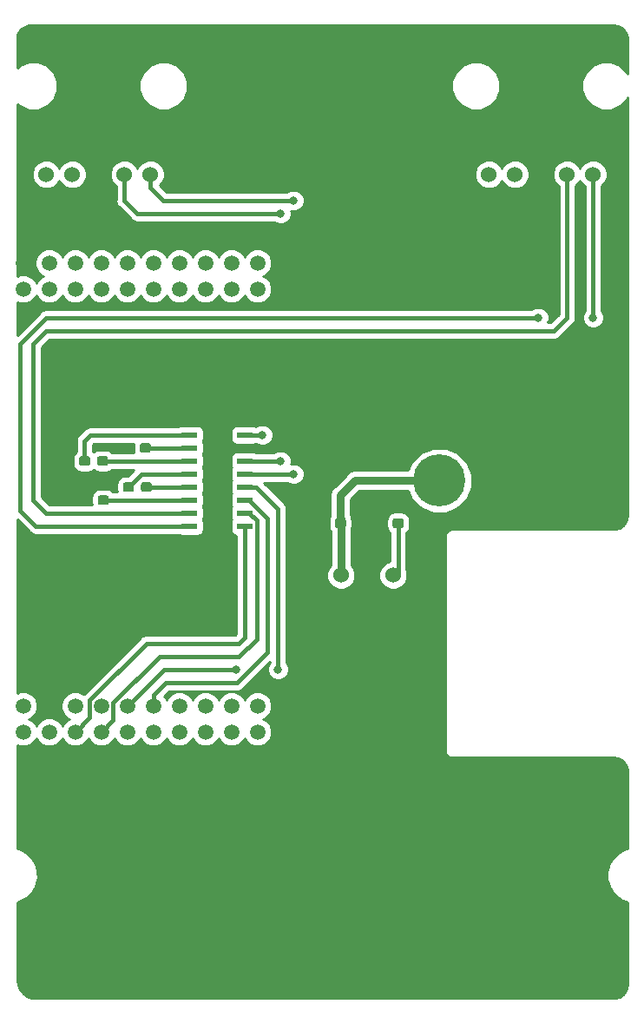
<source format=gbr>
G04 #@! TF.GenerationSoftware,KiCad,Pcbnew,(5.0.0)*
G04 #@! TF.CreationDate,2018-09-29T16:49:35-05:00*
G04 #@! TF.ProjectId,Driveboard_Hardware,4472697665626F6172645F4861726477,rev?*
G04 #@! TF.SameCoordinates,Original*
G04 #@! TF.FileFunction,Copper,L1,Top,Signal*
G04 #@! TF.FilePolarity,Positive*
%FSLAX46Y46*%
G04 Gerber Fmt 4.6, Leading zero omitted, Abs format (unit mm)*
G04 Created by KiCad (PCBNEW (5.0.0)) date 09/29/18 16:49:35*
%MOMM*%
%LPD*%
G01*
G04 APERTURE LIST*
G04 #@! TA.AperFunction,ComponentPad*
%ADD10C,1.520000*%
G04 #@! TD*
G04 #@! TA.AperFunction,ComponentPad*
%ADD11C,1.524000*%
G04 #@! TD*
G04 #@! TA.AperFunction,Conductor*
%ADD12C,0.100000*%
G04 #@! TD*
G04 #@! TA.AperFunction,SMDPad,CuDef*
%ADD13C,0.950000*%
G04 #@! TD*
G04 #@! TA.AperFunction,SMDPad,CuDef*
%ADD14R,1.500000X0.600000*%
G04 #@! TD*
G04 #@! TA.AperFunction,ComponentPad*
%ADD15C,5.080000*%
G04 #@! TD*
G04 #@! TA.AperFunction,ViaPad*
%ADD16C,0.800000*%
G04 #@! TD*
G04 #@! TA.AperFunction,Conductor*
%ADD17C,0.381000*%
G04 #@! TD*
G04 #@! TA.AperFunction,Conductor*
%ADD18C,0.250000*%
G04 #@! TD*
G04 #@! TA.AperFunction,Conductor*
%ADD19C,0.762000*%
G04 #@! TD*
G04 #@! TA.AperFunction,Conductor*
%ADD20C,0.254000*%
G04 #@! TD*
G04 APERTURE END LIST*
D10*
G04 #@! TO.P,U1,+5V*
G04 #@! TO.N,Net-(C2-Pad1)*
X65049001Y-129285001D03*
G04 #@! TO.P,U1,GND*
G04 #@! TO.N,Earth*
X67589001Y-129285001D03*
G04 #@! TO.P,U1,PE0*
G04 #@! TO.N,Net-(U1-PadPE0)*
X70129001Y-129285001D03*
G04 #@! TO.P,U1,PE1*
G04 #@! TO.N,Net-(U1-PadPE1)*
X72669001Y-129285001D03*
G04 #@! TO.P,U1,PE2*
G04 #@! TO.N,Net-(U1-PadPE2)*
X75209001Y-129285001D03*
G04 #@! TO.P,U1,PE3*
G04 #@! TO.N,Net-(U1-PadPE3)*
X77749001Y-129285001D03*
G04 #@! TO.P,U1,PD7*
G04 #@! TO.N,Net-(U1-PadPD7)*
X80289001Y-129285001D03*
G04 #@! TO.P,U1,PA6*
G04 #@! TO.N,Net-(U1-PadPA6)*
X82829001Y-129285001D03*
G04 #@! TO.P,U1,PM4*
G04 #@! TO.N,Net-(U1-PadPM4)*
X85369001Y-129285001D03*
G04 #@! TO.P,U1,PM5*
G04 #@! TO.N,Net-(U1-PadPM5)*
X87909001Y-129285001D03*
G04 #@! TO.P,U1,+3V3*
G04 #@! TO.N,Net-(U1-Pad+3V3)*
X65049001Y-131825001D03*
G04 #@! TO.P,U1,PE4*
G04 #@! TO.N,Net-(U1-PadPE4)*
X67589001Y-131825001D03*
G04 #@! TO.P,U1,PC4*
G04 #@! TO.N,Net-(U1-PadPC4)*
X70129001Y-131825001D03*
G04 #@! TO.P,U1,PC5*
G04 #@! TO.N,Net-(U1-PadPC5)*
X72669001Y-131825001D03*
G04 #@! TO.P,U1,PC6*
G04 #@! TO.N,Net-(U1-PadPC6)*
X75209001Y-131825001D03*
G04 #@! TO.P,U1,PE5*
G04 #@! TO.N,Net-(U1-PadPE5)*
X77749001Y-131825001D03*
G04 #@! TO.P,U1,PD3*
G04 #@! TO.N,Net-(U1-PadPD3)*
X80289001Y-131825001D03*
G04 #@! TO.P,U1,PC7*
G04 #@! TO.N,Net-(U1-PadPC7)*
X82829001Y-131825001D03*
G04 #@! TO.P,U1,PB2*
G04 #@! TO.N,Net-(U1-PadPB2)*
X85369001Y-131825001D03*
G04 #@! TO.P,U1,PB3*
G04 #@! TO.N,Net-(U1-PadPB3)*
X87909001Y-131825001D03*
G04 #@! TO.P,U1,PF1*
G04 #@! TO.N,Net-(U1-PadPF1)*
X65049001Y-88645001D03*
G04 #@! TO.P,U1,PF2*
G04 #@! TO.N,Net-(U1-PadPF2)*
X67589001Y-88645001D03*
G04 #@! TO.P,U1,PF3*
G04 #@! TO.N,Net-(U1-PadPF3)*
X70129001Y-88645001D03*
G04 #@! TO.P,U1,PG0*
G04 #@! TO.N,Net-(U1-PadPG0)*
X72669001Y-88645001D03*
G04 #@! TO.P,U1,PL4*
G04 #@! TO.N,Net-(U1-PadPL4)*
X75209001Y-88645001D03*
G04 #@! TO.P,U1,PL5*
G04 #@! TO.N,Net-(U1-PadPL5)*
X77749001Y-88645001D03*
G04 #@! TO.P,U1,PL0*
G04 #@! TO.N,Net-(U1-PadPL0)*
X80289001Y-88645001D03*
G04 #@! TO.P,U1,PL1*
G04 #@! TO.N,Net-(U1-PadPL1)*
X82829001Y-88645001D03*
G04 #@! TO.P,U1,PL2*
G04 #@! TO.N,Net-(U1-PadPL2)*
X85369001Y-88645001D03*
G04 #@! TO.P,U1,PL3*
G04 #@! TO.N,Net-(U1-PadPL3)*
X87909001Y-88645001D03*
G04 #@! TO.P,U1,GND*
G04 #@! TO.N,Earth*
X65049001Y-86105001D03*
G04 #@! TO.P,U1,PM3*
G04 #@! TO.N,Net-(U1-PadPM3)*
X67589001Y-86105001D03*
G04 #@! TO.P,U1,PH2*
G04 #@! TO.N,Net-(U1-PadPH2)*
X70129001Y-86105001D03*
G04 #@! TO.P,U1,PH3*
G04 #@! TO.N,Net-(U1-PadPH3)*
X72669001Y-86105001D03*
G04 #@! TO.P,U1,Rese*
G04 #@! TO.N,Net-(U1-PadRese)*
X75209001Y-86105001D03*
G04 #@! TO.P,U1,PD1*
G04 #@! TO.N,Net-(U1-PadPD1)*
X77749001Y-86105001D03*
G04 #@! TO.P,U1,PD0*
G04 #@! TO.N,Net-(U1-PadPD0)*
X80289001Y-86105001D03*
G04 #@! TO.P,U1,PN2*
G04 #@! TO.N,Net-(U1-PadPN2)*
X82829001Y-86105001D03*
G04 #@! TO.P,U1,PN3*
G04 #@! TO.N,Net-(U1-PadPN3)*
X85369001Y-86105001D03*
G04 #@! TO.P,U1,PP2*
G04 #@! TO.N,Net-(U1-PadPP2)*
X87909001Y-86105001D03*
G04 #@! TD*
D11*
G04 #@! TO.P,U2,1*
G04 #@! TO.N,Net-(C1-Pad1)*
X96064008Y-116557532D03*
G04 #@! TO.P,U2,2*
G04 #@! TO.N,Earth*
X98604008Y-116557532D03*
G04 #@! TO.P,U2,3*
G04 #@! TO.N,Net-(C2-Pad1)*
X101144008Y-116557532D03*
G04 #@! TD*
D12*
G04 #@! TO.N,Earth*
G04 #@! TO.C,C1*
G36*
X98072779Y-111003676D02*
X98095834Y-111007095D01*
X98118443Y-111012759D01*
X98140387Y-111020611D01*
X98161457Y-111030576D01*
X98181448Y-111042558D01*
X98200168Y-111056442D01*
X98217438Y-111072094D01*
X98233090Y-111089364D01*
X98246974Y-111108084D01*
X98258956Y-111128075D01*
X98268921Y-111149145D01*
X98276773Y-111171089D01*
X98282437Y-111193698D01*
X98285856Y-111216753D01*
X98287000Y-111240032D01*
X98287000Y-111715032D01*
X98285856Y-111738311D01*
X98282437Y-111761366D01*
X98276773Y-111783975D01*
X98268921Y-111805919D01*
X98258956Y-111826989D01*
X98246974Y-111846980D01*
X98233090Y-111865700D01*
X98217438Y-111882970D01*
X98200168Y-111898622D01*
X98181448Y-111912506D01*
X98161457Y-111924488D01*
X98140387Y-111934453D01*
X98118443Y-111942305D01*
X98095834Y-111947969D01*
X98072779Y-111951388D01*
X98049500Y-111952532D01*
X97474500Y-111952532D01*
X97451221Y-111951388D01*
X97428166Y-111947969D01*
X97405557Y-111942305D01*
X97383613Y-111934453D01*
X97362543Y-111924488D01*
X97342552Y-111912506D01*
X97323832Y-111898622D01*
X97306562Y-111882970D01*
X97290910Y-111865700D01*
X97277026Y-111846980D01*
X97265044Y-111826989D01*
X97255079Y-111805919D01*
X97247227Y-111783975D01*
X97241563Y-111761366D01*
X97238144Y-111738311D01*
X97237000Y-111715032D01*
X97237000Y-111240032D01*
X97238144Y-111216753D01*
X97241563Y-111193698D01*
X97247227Y-111171089D01*
X97255079Y-111149145D01*
X97265044Y-111128075D01*
X97277026Y-111108084D01*
X97290910Y-111089364D01*
X97306562Y-111072094D01*
X97323832Y-111056442D01*
X97342552Y-111042558D01*
X97362543Y-111030576D01*
X97383613Y-111020611D01*
X97405557Y-111012759D01*
X97428166Y-111007095D01*
X97451221Y-111003676D01*
X97474500Y-111002532D01*
X98049500Y-111002532D01*
X98072779Y-111003676D01*
X98072779Y-111003676D01*
G37*
D13*
G04 #@! TD*
G04 #@! TO.P,C1,2*
G04 #@! TO.N,Earth*
X97762000Y-111477532D03*
D12*
G04 #@! TO.N,Net-(C1-Pad1)*
G04 #@! TO.C,C1*
G36*
X96322779Y-111003676D02*
X96345834Y-111007095D01*
X96368443Y-111012759D01*
X96390387Y-111020611D01*
X96411457Y-111030576D01*
X96431448Y-111042558D01*
X96450168Y-111056442D01*
X96467438Y-111072094D01*
X96483090Y-111089364D01*
X96496974Y-111108084D01*
X96508956Y-111128075D01*
X96518921Y-111149145D01*
X96526773Y-111171089D01*
X96532437Y-111193698D01*
X96535856Y-111216753D01*
X96537000Y-111240032D01*
X96537000Y-111715032D01*
X96535856Y-111738311D01*
X96532437Y-111761366D01*
X96526773Y-111783975D01*
X96518921Y-111805919D01*
X96508956Y-111826989D01*
X96496974Y-111846980D01*
X96483090Y-111865700D01*
X96467438Y-111882970D01*
X96450168Y-111898622D01*
X96431448Y-111912506D01*
X96411457Y-111924488D01*
X96390387Y-111934453D01*
X96368443Y-111942305D01*
X96345834Y-111947969D01*
X96322779Y-111951388D01*
X96299500Y-111952532D01*
X95724500Y-111952532D01*
X95701221Y-111951388D01*
X95678166Y-111947969D01*
X95655557Y-111942305D01*
X95633613Y-111934453D01*
X95612543Y-111924488D01*
X95592552Y-111912506D01*
X95573832Y-111898622D01*
X95556562Y-111882970D01*
X95540910Y-111865700D01*
X95527026Y-111846980D01*
X95515044Y-111826989D01*
X95505079Y-111805919D01*
X95497227Y-111783975D01*
X95491563Y-111761366D01*
X95488144Y-111738311D01*
X95487000Y-111715032D01*
X95487000Y-111240032D01*
X95488144Y-111216753D01*
X95491563Y-111193698D01*
X95497227Y-111171089D01*
X95505079Y-111149145D01*
X95515044Y-111128075D01*
X95527026Y-111108084D01*
X95540910Y-111089364D01*
X95556562Y-111072094D01*
X95573832Y-111056442D01*
X95592552Y-111042558D01*
X95612543Y-111030576D01*
X95633613Y-111020611D01*
X95655557Y-111012759D01*
X95678166Y-111007095D01*
X95701221Y-111003676D01*
X95724500Y-111002532D01*
X96299500Y-111002532D01*
X96322779Y-111003676D01*
X96322779Y-111003676D01*
G37*
D13*
G04 #@! TD*
G04 #@! TO.P,C1,1*
G04 #@! TO.N,Net-(C1-Pad1)*
X96012000Y-111477532D03*
D12*
G04 #@! TO.N,Earth*
G04 #@! TO.C,C2*
G36*
X100184787Y-111003676D02*
X100207842Y-111007095D01*
X100230451Y-111012759D01*
X100252395Y-111020611D01*
X100273465Y-111030576D01*
X100293456Y-111042558D01*
X100312176Y-111056442D01*
X100329446Y-111072094D01*
X100345098Y-111089364D01*
X100358982Y-111108084D01*
X100370964Y-111128075D01*
X100380929Y-111149145D01*
X100388781Y-111171089D01*
X100394445Y-111193698D01*
X100397864Y-111216753D01*
X100399008Y-111240032D01*
X100399008Y-111715032D01*
X100397864Y-111738311D01*
X100394445Y-111761366D01*
X100388781Y-111783975D01*
X100380929Y-111805919D01*
X100370964Y-111826989D01*
X100358982Y-111846980D01*
X100345098Y-111865700D01*
X100329446Y-111882970D01*
X100312176Y-111898622D01*
X100293456Y-111912506D01*
X100273465Y-111924488D01*
X100252395Y-111934453D01*
X100230451Y-111942305D01*
X100207842Y-111947969D01*
X100184787Y-111951388D01*
X100161508Y-111952532D01*
X99586508Y-111952532D01*
X99563229Y-111951388D01*
X99540174Y-111947969D01*
X99517565Y-111942305D01*
X99495621Y-111934453D01*
X99474551Y-111924488D01*
X99454560Y-111912506D01*
X99435840Y-111898622D01*
X99418570Y-111882970D01*
X99402918Y-111865700D01*
X99389034Y-111846980D01*
X99377052Y-111826989D01*
X99367087Y-111805919D01*
X99359235Y-111783975D01*
X99353571Y-111761366D01*
X99350152Y-111738311D01*
X99349008Y-111715032D01*
X99349008Y-111240032D01*
X99350152Y-111216753D01*
X99353571Y-111193698D01*
X99359235Y-111171089D01*
X99367087Y-111149145D01*
X99377052Y-111128075D01*
X99389034Y-111108084D01*
X99402918Y-111089364D01*
X99418570Y-111072094D01*
X99435840Y-111056442D01*
X99454560Y-111042558D01*
X99474551Y-111030576D01*
X99495621Y-111020611D01*
X99517565Y-111012759D01*
X99540174Y-111007095D01*
X99563229Y-111003676D01*
X99586508Y-111002532D01*
X100161508Y-111002532D01*
X100184787Y-111003676D01*
X100184787Y-111003676D01*
G37*
D13*
G04 #@! TD*
G04 #@! TO.P,C2,2*
G04 #@! TO.N,Earth*
X99874008Y-111477532D03*
D12*
G04 #@! TO.N,Net-(C2-Pad1)*
G04 #@! TO.C,C2*
G36*
X101934787Y-111003676D02*
X101957842Y-111007095D01*
X101980451Y-111012759D01*
X102002395Y-111020611D01*
X102023465Y-111030576D01*
X102043456Y-111042558D01*
X102062176Y-111056442D01*
X102079446Y-111072094D01*
X102095098Y-111089364D01*
X102108982Y-111108084D01*
X102120964Y-111128075D01*
X102130929Y-111149145D01*
X102138781Y-111171089D01*
X102144445Y-111193698D01*
X102147864Y-111216753D01*
X102149008Y-111240032D01*
X102149008Y-111715032D01*
X102147864Y-111738311D01*
X102144445Y-111761366D01*
X102138781Y-111783975D01*
X102130929Y-111805919D01*
X102120964Y-111826989D01*
X102108982Y-111846980D01*
X102095098Y-111865700D01*
X102079446Y-111882970D01*
X102062176Y-111898622D01*
X102043456Y-111912506D01*
X102023465Y-111924488D01*
X102002395Y-111934453D01*
X101980451Y-111942305D01*
X101957842Y-111947969D01*
X101934787Y-111951388D01*
X101911508Y-111952532D01*
X101336508Y-111952532D01*
X101313229Y-111951388D01*
X101290174Y-111947969D01*
X101267565Y-111942305D01*
X101245621Y-111934453D01*
X101224551Y-111924488D01*
X101204560Y-111912506D01*
X101185840Y-111898622D01*
X101168570Y-111882970D01*
X101152918Y-111865700D01*
X101139034Y-111846980D01*
X101127052Y-111826989D01*
X101117087Y-111805919D01*
X101109235Y-111783975D01*
X101103571Y-111761366D01*
X101100152Y-111738311D01*
X101099008Y-111715032D01*
X101099008Y-111240032D01*
X101100152Y-111216753D01*
X101103571Y-111193698D01*
X101109235Y-111171089D01*
X101117087Y-111149145D01*
X101127052Y-111128075D01*
X101139034Y-111108084D01*
X101152918Y-111089364D01*
X101168570Y-111072094D01*
X101185840Y-111056442D01*
X101204560Y-111042558D01*
X101224551Y-111030576D01*
X101245621Y-111020611D01*
X101267565Y-111012759D01*
X101290174Y-111007095D01*
X101313229Y-111003676D01*
X101336508Y-111002532D01*
X101911508Y-111002532D01*
X101934787Y-111003676D01*
X101934787Y-111003676D01*
G37*
D13*
G04 #@! TD*
G04 #@! TO.P,C2,1*
G04 #@! TO.N,Net-(C2-Pad1)*
X101624008Y-111477532D03*
D12*
G04 #@! TO.N,Net-(C3-Pad1)*
G04 #@! TO.C,C3*
G36*
X77272779Y-103666144D02*
X77295834Y-103669563D01*
X77318443Y-103675227D01*
X77340387Y-103683079D01*
X77361457Y-103693044D01*
X77381448Y-103705026D01*
X77400168Y-103718910D01*
X77417438Y-103734562D01*
X77433090Y-103751832D01*
X77446974Y-103770552D01*
X77458956Y-103790543D01*
X77468921Y-103811613D01*
X77476773Y-103833557D01*
X77482437Y-103856166D01*
X77485856Y-103879221D01*
X77487000Y-103902500D01*
X77487000Y-104377500D01*
X77485856Y-104400779D01*
X77482437Y-104423834D01*
X77476773Y-104446443D01*
X77468921Y-104468387D01*
X77458956Y-104489457D01*
X77446974Y-104509448D01*
X77433090Y-104528168D01*
X77417438Y-104545438D01*
X77400168Y-104561090D01*
X77381448Y-104574974D01*
X77361457Y-104586956D01*
X77340387Y-104596921D01*
X77318443Y-104604773D01*
X77295834Y-104610437D01*
X77272779Y-104613856D01*
X77249500Y-104615000D01*
X76674500Y-104615000D01*
X76651221Y-104613856D01*
X76628166Y-104610437D01*
X76605557Y-104604773D01*
X76583613Y-104596921D01*
X76562543Y-104586956D01*
X76542552Y-104574974D01*
X76523832Y-104561090D01*
X76506562Y-104545438D01*
X76490910Y-104528168D01*
X76477026Y-104509448D01*
X76465044Y-104489457D01*
X76455079Y-104468387D01*
X76447227Y-104446443D01*
X76441563Y-104423834D01*
X76438144Y-104400779D01*
X76437000Y-104377500D01*
X76437000Y-103902500D01*
X76438144Y-103879221D01*
X76441563Y-103856166D01*
X76447227Y-103833557D01*
X76455079Y-103811613D01*
X76465044Y-103790543D01*
X76477026Y-103770552D01*
X76490910Y-103751832D01*
X76506562Y-103734562D01*
X76523832Y-103718910D01*
X76542552Y-103705026D01*
X76562543Y-103693044D01*
X76583613Y-103683079D01*
X76605557Y-103675227D01*
X76628166Y-103669563D01*
X76651221Y-103666144D01*
X76674500Y-103665000D01*
X77249500Y-103665000D01*
X77272779Y-103666144D01*
X77272779Y-103666144D01*
G37*
D13*
G04 #@! TD*
G04 #@! TO.P,C3,1*
G04 #@! TO.N,Net-(C3-Pad1)*
X76962000Y-104140000D03*
D12*
G04 #@! TO.N,Earth*
G04 #@! TO.C,C3*
G36*
X75522779Y-103666144D02*
X75545834Y-103669563D01*
X75568443Y-103675227D01*
X75590387Y-103683079D01*
X75611457Y-103693044D01*
X75631448Y-103705026D01*
X75650168Y-103718910D01*
X75667438Y-103734562D01*
X75683090Y-103751832D01*
X75696974Y-103770552D01*
X75708956Y-103790543D01*
X75718921Y-103811613D01*
X75726773Y-103833557D01*
X75732437Y-103856166D01*
X75735856Y-103879221D01*
X75737000Y-103902500D01*
X75737000Y-104377500D01*
X75735856Y-104400779D01*
X75732437Y-104423834D01*
X75726773Y-104446443D01*
X75718921Y-104468387D01*
X75708956Y-104489457D01*
X75696974Y-104509448D01*
X75683090Y-104528168D01*
X75667438Y-104545438D01*
X75650168Y-104561090D01*
X75631448Y-104574974D01*
X75611457Y-104586956D01*
X75590387Y-104596921D01*
X75568443Y-104604773D01*
X75545834Y-104610437D01*
X75522779Y-104613856D01*
X75499500Y-104615000D01*
X74924500Y-104615000D01*
X74901221Y-104613856D01*
X74878166Y-104610437D01*
X74855557Y-104604773D01*
X74833613Y-104596921D01*
X74812543Y-104586956D01*
X74792552Y-104574974D01*
X74773832Y-104561090D01*
X74756562Y-104545438D01*
X74740910Y-104528168D01*
X74727026Y-104509448D01*
X74715044Y-104489457D01*
X74705079Y-104468387D01*
X74697227Y-104446443D01*
X74691563Y-104423834D01*
X74688144Y-104400779D01*
X74687000Y-104377500D01*
X74687000Y-103902500D01*
X74688144Y-103879221D01*
X74691563Y-103856166D01*
X74697227Y-103833557D01*
X74705079Y-103811613D01*
X74715044Y-103790543D01*
X74727026Y-103770552D01*
X74740910Y-103751832D01*
X74756562Y-103734562D01*
X74773832Y-103718910D01*
X74792552Y-103705026D01*
X74812543Y-103693044D01*
X74833613Y-103683079D01*
X74855557Y-103675227D01*
X74878166Y-103669563D01*
X74901221Y-103666144D01*
X74924500Y-103665000D01*
X75499500Y-103665000D01*
X75522779Y-103666144D01*
X75522779Y-103666144D01*
G37*
D13*
G04 #@! TD*
G04 #@! TO.P,C3,2*
G04 #@! TO.N,Earth*
X75212000Y-104140000D03*
D12*
G04 #@! TO.N,Earth*
G04 #@! TO.C,C4*
G36*
X71430779Y-108746144D02*
X71453834Y-108749563D01*
X71476443Y-108755227D01*
X71498387Y-108763079D01*
X71519457Y-108773044D01*
X71539448Y-108785026D01*
X71558168Y-108798910D01*
X71575438Y-108814562D01*
X71591090Y-108831832D01*
X71604974Y-108850552D01*
X71616956Y-108870543D01*
X71626921Y-108891613D01*
X71634773Y-108913557D01*
X71640437Y-108936166D01*
X71643856Y-108959221D01*
X71645000Y-108982500D01*
X71645000Y-109457500D01*
X71643856Y-109480779D01*
X71640437Y-109503834D01*
X71634773Y-109526443D01*
X71626921Y-109548387D01*
X71616956Y-109569457D01*
X71604974Y-109589448D01*
X71591090Y-109608168D01*
X71575438Y-109625438D01*
X71558168Y-109641090D01*
X71539448Y-109654974D01*
X71519457Y-109666956D01*
X71498387Y-109676921D01*
X71476443Y-109684773D01*
X71453834Y-109690437D01*
X71430779Y-109693856D01*
X71407500Y-109695000D01*
X70832500Y-109695000D01*
X70809221Y-109693856D01*
X70786166Y-109690437D01*
X70763557Y-109684773D01*
X70741613Y-109676921D01*
X70720543Y-109666956D01*
X70700552Y-109654974D01*
X70681832Y-109641090D01*
X70664562Y-109625438D01*
X70648910Y-109608168D01*
X70635026Y-109589448D01*
X70623044Y-109569457D01*
X70613079Y-109548387D01*
X70605227Y-109526443D01*
X70599563Y-109503834D01*
X70596144Y-109480779D01*
X70595000Y-109457500D01*
X70595000Y-108982500D01*
X70596144Y-108959221D01*
X70599563Y-108936166D01*
X70605227Y-108913557D01*
X70613079Y-108891613D01*
X70623044Y-108870543D01*
X70635026Y-108850552D01*
X70648910Y-108831832D01*
X70664562Y-108814562D01*
X70681832Y-108798910D01*
X70700552Y-108785026D01*
X70720543Y-108773044D01*
X70741613Y-108763079D01*
X70763557Y-108755227D01*
X70786166Y-108749563D01*
X70809221Y-108746144D01*
X70832500Y-108745000D01*
X71407500Y-108745000D01*
X71430779Y-108746144D01*
X71430779Y-108746144D01*
G37*
D13*
G04 #@! TD*
G04 #@! TO.P,C4,1*
G04 #@! TO.N,Earth*
X71120000Y-109220000D03*
D12*
G04 #@! TO.N,Net-(C4-Pad2)*
G04 #@! TO.C,C4*
G36*
X73180779Y-108746144D02*
X73203834Y-108749563D01*
X73226443Y-108755227D01*
X73248387Y-108763079D01*
X73269457Y-108773044D01*
X73289448Y-108785026D01*
X73308168Y-108798910D01*
X73325438Y-108814562D01*
X73341090Y-108831832D01*
X73354974Y-108850552D01*
X73366956Y-108870543D01*
X73376921Y-108891613D01*
X73384773Y-108913557D01*
X73390437Y-108936166D01*
X73393856Y-108959221D01*
X73395000Y-108982500D01*
X73395000Y-109457500D01*
X73393856Y-109480779D01*
X73390437Y-109503834D01*
X73384773Y-109526443D01*
X73376921Y-109548387D01*
X73366956Y-109569457D01*
X73354974Y-109589448D01*
X73341090Y-109608168D01*
X73325438Y-109625438D01*
X73308168Y-109641090D01*
X73289448Y-109654974D01*
X73269457Y-109666956D01*
X73248387Y-109676921D01*
X73226443Y-109684773D01*
X73203834Y-109690437D01*
X73180779Y-109693856D01*
X73157500Y-109695000D01*
X72582500Y-109695000D01*
X72559221Y-109693856D01*
X72536166Y-109690437D01*
X72513557Y-109684773D01*
X72491613Y-109676921D01*
X72470543Y-109666956D01*
X72450552Y-109654974D01*
X72431832Y-109641090D01*
X72414562Y-109625438D01*
X72398910Y-109608168D01*
X72385026Y-109589448D01*
X72373044Y-109569457D01*
X72363079Y-109548387D01*
X72355227Y-109526443D01*
X72349563Y-109503834D01*
X72346144Y-109480779D01*
X72345000Y-109457500D01*
X72345000Y-108982500D01*
X72346144Y-108959221D01*
X72349563Y-108936166D01*
X72355227Y-108913557D01*
X72363079Y-108891613D01*
X72373044Y-108870543D01*
X72385026Y-108850552D01*
X72398910Y-108831832D01*
X72414562Y-108814562D01*
X72431832Y-108798910D01*
X72450552Y-108785026D01*
X72470543Y-108773044D01*
X72491613Y-108763079D01*
X72513557Y-108755227D01*
X72536166Y-108749563D01*
X72559221Y-108746144D01*
X72582500Y-108745000D01*
X73157500Y-108745000D01*
X73180779Y-108746144D01*
X73180779Y-108746144D01*
G37*
D13*
G04 #@! TD*
G04 #@! TO.P,C4,2*
G04 #@! TO.N,Net-(C4-Pad2)*
X72870000Y-109220000D03*
D12*
G04 #@! TO.N,Net-(C5-Pad1)*
G04 #@! TO.C,C5*
G36*
X71357179Y-104936144D02*
X71380234Y-104939563D01*
X71402843Y-104945227D01*
X71424787Y-104953079D01*
X71445857Y-104963044D01*
X71465848Y-104975026D01*
X71484568Y-104988910D01*
X71501838Y-105004562D01*
X71517490Y-105021832D01*
X71531374Y-105040552D01*
X71543356Y-105060543D01*
X71553321Y-105081613D01*
X71561173Y-105103557D01*
X71566837Y-105126166D01*
X71570256Y-105149221D01*
X71571400Y-105172500D01*
X71571400Y-105647500D01*
X71570256Y-105670779D01*
X71566837Y-105693834D01*
X71561173Y-105716443D01*
X71553321Y-105738387D01*
X71543356Y-105759457D01*
X71531374Y-105779448D01*
X71517490Y-105798168D01*
X71501838Y-105815438D01*
X71484568Y-105831090D01*
X71465848Y-105844974D01*
X71445857Y-105856956D01*
X71424787Y-105866921D01*
X71402843Y-105874773D01*
X71380234Y-105880437D01*
X71357179Y-105883856D01*
X71333900Y-105885000D01*
X70758900Y-105885000D01*
X70735621Y-105883856D01*
X70712566Y-105880437D01*
X70689957Y-105874773D01*
X70668013Y-105866921D01*
X70646943Y-105856956D01*
X70626952Y-105844974D01*
X70608232Y-105831090D01*
X70590962Y-105815438D01*
X70575310Y-105798168D01*
X70561426Y-105779448D01*
X70549444Y-105759457D01*
X70539479Y-105738387D01*
X70531627Y-105716443D01*
X70525963Y-105693834D01*
X70522544Y-105670779D01*
X70521400Y-105647500D01*
X70521400Y-105172500D01*
X70522544Y-105149221D01*
X70525963Y-105126166D01*
X70531627Y-105103557D01*
X70539479Y-105081613D01*
X70549444Y-105060543D01*
X70561426Y-105040552D01*
X70575310Y-105021832D01*
X70590962Y-105004562D01*
X70608232Y-104988910D01*
X70626952Y-104975026D01*
X70646943Y-104963044D01*
X70668013Y-104953079D01*
X70689957Y-104945227D01*
X70712566Y-104939563D01*
X70735621Y-104936144D01*
X70758900Y-104935000D01*
X71333900Y-104935000D01*
X71357179Y-104936144D01*
X71357179Y-104936144D01*
G37*
D13*
G04 #@! TD*
G04 #@! TO.P,C5,1*
G04 #@! TO.N,Net-(C5-Pad1)*
X71046400Y-105410000D03*
D12*
G04 #@! TO.N,Net-(C5-Pad2)*
G04 #@! TO.C,C5*
G36*
X73107179Y-104936144D02*
X73130234Y-104939563D01*
X73152843Y-104945227D01*
X73174787Y-104953079D01*
X73195857Y-104963044D01*
X73215848Y-104975026D01*
X73234568Y-104988910D01*
X73251838Y-105004562D01*
X73267490Y-105021832D01*
X73281374Y-105040552D01*
X73293356Y-105060543D01*
X73303321Y-105081613D01*
X73311173Y-105103557D01*
X73316837Y-105126166D01*
X73320256Y-105149221D01*
X73321400Y-105172500D01*
X73321400Y-105647500D01*
X73320256Y-105670779D01*
X73316837Y-105693834D01*
X73311173Y-105716443D01*
X73303321Y-105738387D01*
X73293356Y-105759457D01*
X73281374Y-105779448D01*
X73267490Y-105798168D01*
X73251838Y-105815438D01*
X73234568Y-105831090D01*
X73215848Y-105844974D01*
X73195857Y-105856956D01*
X73174787Y-105866921D01*
X73152843Y-105874773D01*
X73130234Y-105880437D01*
X73107179Y-105883856D01*
X73083900Y-105885000D01*
X72508900Y-105885000D01*
X72485621Y-105883856D01*
X72462566Y-105880437D01*
X72439957Y-105874773D01*
X72418013Y-105866921D01*
X72396943Y-105856956D01*
X72376952Y-105844974D01*
X72358232Y-105831090D01*
X72340962Y-105815438D01*
X72325310Y-105798168D01*
X72311426Y-105779448D01*
X72299444Y-105759457D01*
X72289479Y-105738387D01*
X72281627Y-105716443D01*
X72275963Y-105693834D01*
X72272544Y-105670779D01*
X72271400Y-105647500D01*
X72271400Y-105172500D01*
X72272544Y-105149221D01*
X72275963Y-105126166D01*
X72281627Y-105103557D01*
X72289479Y-105081613D01*
X72299444Y-105060543D01*
X72311426Y-105040552D01*
X72325310Y-105021832D01*
X72340962Y-105004562D01*
X72358232Y-104988910D01*
X72376952Y-104975026D01*
X72396943Y-104963044D01*
X72418013Y-104953079D01*
X72439957Y-104945227D01*
X72462566Y-104939563D01*
X72485621Y-104936144D01*
X72508900Y-104935000D01*
X73083900Y-104935000D01*
X73107179Y-104936144D01*
X73107179Y-104936144D01*
G37*
D13*
G04 #@! TD*
G04 #@! TO.P,C5,2*
G04 #@! TO.N,Net-(C5-Pad2)*
X72796400Y-105410000D03*
D12*
G04 #@! TO.N,Net-(C6-Pad1)*
G04 #@! TO.C,C6*
G36*
X75635779Y-107476144D02*
X75658834Y-107479563D01*
X75681443Y-107485227D01*
X75703387Y-107493079D01*
X75724457Y-107503044D01*
X75744448Y-107515026D01*
X75763168Y-107528910D01*
X75780438Y-107544562D01*
X75796090Y-107561832D01*
X75809974Y-107580552D01*
X75821956Y-107600543D01*
X75831921Y-107621613D01*
X75839773Y-107643557D01*
X75845437Y-107666166D01*
X75848856Y-107689221D01*
X75850000Y-107712500D01*
X75850000Y-108187500D01*
X75848856Y-108210779D01*
X75845437Y-108233834D01*
X75839773Y-108256443D01*
X75831921Y-108278387D01*
X75821956Y-108299457D01*
X75809974Y-108319448D01*
X75796090Y-108338168D01*
X75780438Y-108355438D01*
X75763168Y-108371090D01*
X75744448Y-108384974D01*
X75724457Y-108396956D01*
X75703387Y-108406921D01*
X75681443Y-108414773D01*
X75658834Y-108420437D01*
X75635779Y-108423856D01*
X75612500Y-108425000D01*
X75037500Y-108425000D01*
X75014221Y-108423856D01*
X74991166Y-108420437D01*
X74968557Y-108414773D01*
X74946613Y-108406921D01*
X74925543Y-108396956D01*
X74905552Y-108384974D01*
X74886832Y-108371090D01*
X74869562Y-108355438D01*
X74853910Y-108338168D01*
X74840026Y-108319448D01*
X74828044Y-108299457D01*
X74818079Y-108278387D01*
X74810227Y-108256443D01*
X74804563Y-108233834D01*
X74801144Y-108210779D01*
X74800000Y-108187500D01*
X74800000Y-107712500D01*
X74801144Y-107689221D01*
X74804563Y-107666166D01*
X74810227Y-107643557D01*
X74818079Y-107621613D01*
X74828044Y-107600543D01*
X74840026Y-107580552D01*
X74853910Y-107561832D01*
X74869562Y-107544562D01*
X74886832Y-107528910D01*
X74905552Y-107515026D01*
X74925543Y-107503044D01*
X74946613Y-107493079D01*
X74968557Y-107485227D01*
X74991166Y-107479563D01*
X75014221Y-107476144D01*
X75037500Y-107475000D01*
X75612500Y-107475000D01*
X75635779Y-107476144D01*
X75635779Y-107476144D01*
G37*
D13*
G04 #@! TD*
G04 #@! TO.P,C6,1*
G04 #@! TO.N,Net-(C6-Pad1)*
X75325000Y-107950000D03*
D12*
G04 #@! TO.N,Net-(C6-Pad2)*
G04 #@! TO.C,C6*
G36*
X77385779Y-107476144D02*
X77408834Y-107479563D01*
X77431443Y-107485227D01*
X77453387Y-107493079D01*
X77474457Y-107503044D01*
X77494448Y-107515026D01*
X77513168Y-107528910D01*
X77530438Y-107544562D01*
X77546090Y-107561832D01*
X77559974Y-107580552D01*
X77571956Y-107600543D01*
X77581921Y-107621613D01*
X77589773Y-107643557D01*
X77595437Y-107666166D01*
X77598856Y-107689221D01*
X77600000Y-107712500D01*
X77600000Y-108187500D01*
X77598856Y-108210779D01*
X77595437Y-108233834D01*
X77589773Y-108256443D01*
X77581921Y-108278387D01*
X77571956Y-108299457D01*
X77559974Y-108319448D01*
X77546090Y-108338168D01*
X77530438Y-108355438D01*
X77513168Y-108371090D01*
X77494448Y-108384974D01*
X77474457Y-108396956D01*
X77453387Y-108406921D01*
X77431443Y-108414773D01*
X77408834Y-108420437D01*
X77385779Y-108423856D01*
X77362500Y-108425000D01*
X76787500Y-108425000D01*
X76764221Y-108423856D01*
X76741166Y-108420437D01*
X76718557Y-108414773D01*
X76696613Y-108406921D01*
X76675543Y-108396956D01*
X76655552Y-108384974D01*
X76636832Y-108371090D01*
X76619562Y-108355438D01*
X76603910Y-108338168D01*
X76590026Y-108319448D01*
X76578044Y-108299457D01*
X76568079Y-108278387D01*
X76560227Y-108256443D01*
X76554563Y-108233834D01*
X76551144Y-108210779D01*
X76550000Y-108187500D01*
X76550000Y-107712500D01*
X76551144Y-107689221D01*
X76554563Y-107666166D01*
X76560227Y-107643557D01*
X76568079Y-107621613D01*
X76578044Y-107600543D01*
X76590026Y-107580552D01*
X76603910Y-107561832D01*
X76619562Y-107544562D01*
X76636832Y-107528910D01*
X76655552Y-107515026D01*
X76675543Y-107503044D01*
X76696613Y-107493079D01*
X76718557Y-107485227D01*
X76741166Y-107479563D01*
X76764221Y-107476144D01*
X76787500Y-107475000D01*
X77362500Y-107475000D01*
X77385779Y-107476144D01*
X77385779Y-107476144D01*
G37*
D13*
G04 #@! TD*
G04 #@! TO.P,C6,2*
G04 #@! TO.N,Net-(C6-Pad2)*
X77075000Y-107950000D03*
D11*
G04 #@! TO.P,Conn2,1*
G04 #@! TO.N,Net-(Conn2-Pad1)*
X67310000Y-77470000D03*
G04 #@! TO.P,Conn2,2*
G04 #@! TO.N,Net-(Conn2-Pad2)*
X69850000Y-77470000D03*
G04 #@! TO.P,Conn2,3*
G04 #@! TO.N,Earth*
X72390000Y-77470000D03*
G04 #@! TO.P,Conn2,4*
G04 #@! TO.N,Net-(Conn2-Pad4)*
X74930000Y-77470000D03*
G04 #@! TO.P,Conn2,5*
G04 #@! TO.N,Net-(Conn2-Pad5)*
X77470000Y-77470000D03*
G04 #@! TD*
G04 #@! TO.P,Conn3,5*
G04 #@! TO.N,Net-(Conn3-Pad5)*
X120650000Y-77470000D03*
G04 #@! TO.P,Conn3,4*
G04 #@! TO.N,Net-(Conn3-Pad4)*
X118110000Y-77470000D03*
G04 #@! TO.P,Conn3,3*
G04 #@! TO.N,Earth*
X115570000Y-77470000D03*
G04 #@! TO.P,Conn3,2*
G04 #@! TO.N,Net-(Conn3-Pad2)*
X113030000Y-77470000D03*
G04 #@! TO.P,Conn3,1*
G04 #@! TO.N,Net-(Conn3-Pad1)*
X110490000Y-77470000D03*
G04 #@! TD*
D14*
G04 #@! TO.P,U3,1*
G04 #@! TO.N,Net-(C5-Pad1)*
X81280000Y-102870000D03*
G04 #@! TO.P,U3,2*
G04 #@! TO.N,Net-(C3-Pad1)*
X81280000Y-104140000D03*
G04 #@! TO.P,U3,3*
G04 #@! TO.N,Net-(C5-Pad2)*
X81280000Y-105410000D03*
G04 #@! TO.P,U3,4*
G04 #@! TO.N,Net-(C6-Pad1)*
X81280000Y-106680000D03*
G04 #@! TO.P,U3,5*
G04 #@! TO.N,Net-(C6-Pad2)*
X81280000Y-107950000D03*
G04 #@! TO.P,U3,6*
G04 #@! TO.N,Net-(C4-Pad2)*
X81280000Y-109220000D03*
G04 #@! TO.P,U3,7*
G04 #@! TO.N,Net-(Conn3-Pad4)*
X81280000Y-110490000D03*
G04 #@! TO.P,U3,8*
G04 #@! TO.N,Net-(Conn3-Pad5)*
X81280000Y-111760000D03*
G04 #@! TO.P,U3,9*
G04 #@! TO.N,Net-(U1-PadPC4)*
X86680000Y-111760000D03*
G04 #@! TO.P,U3,10*
G04 #@! TO.N,Net-(U1-PadPC5)*
X86680000Y-110490000D03*
G04 #@! TO.P,U3,11*
G04 #@! TO.N,Net-(U1-PadPE3)*
X86680000Y-109220000D03*
G04 #@! TO.P,U3,12*
G04 #@! TO.N,Net-(U1-PadPE2)*
X86680000Y-107950000D03*
G04 #@! TO.P,U3,13*
G04 #@! TO.N,Net-(Conn2-Pad5)*
X86680000Y-106680000D03*
G04 #@! TO.P,U3,14*
G04 #@! TO.N,Net-(Conn2-Pad4)*
X86680000Y-105410000D03*
G04 #@! TO.P,U3,15*
G04 #@! TO.N,Earth*
X86680000Y-104140000D03*
G04 #@! TO.P,U3,16*
G04 #@! TO.N,Net-(C2-Pad1)*
X86680000Y-102870000D03*
G04 #@! TD*
D15*
G04 #@! TO.P,Conn1,1*
G04 #@! TO.N,Earth*
X105638600Y-99313000D03*
G04 #@! TO.P,Conn1,2*
G04 #@! TO.N,Net-(C1-Pad1)*
X105638600Y-107314000D03*
G04 #@! TD*
D16*
G04 #@! TO.N,Earth*
X73914000Y-104140000D03*
X69850000Y-104140000D03*
G04 #@! TO.N,Net-(C2-Pad1)*
X88392000Y-102870000D03*
G04 #@! TO.N,Net-(Conn2-Pad4)*
X90170000Y-105410000D03*
X90170000Y-81280000D03*
G04 #@! TO.N,Net-(Conn2-Pad5)*
X91440000Y-106680000D03*
X91440000Y-80010000D03*
G04 #@! TO.N,Net-(Conn3-Pad5)*
X120650000Y-91440000D03*
X115316000Y-91440000D03*
G04 #@! TO.N,Net-(U1-PadPE2)*
X85852000Y-125730000D03*
X89916000Y-125730000D03*
G04 #@! TD*
D17*
G04 #@! TO.N,Earth*
X75212000Y-104140000D02*
X73914000Y-104140000D01*
D18*
G04 #@! TO.N,Net-(C1-Pad1)*
X96064008Y-112747532D02*
X96064008Y-116557532D01*
D17*
X102046498Y-107314000D02*
X105638600Y-107314000D01*
X96064008Y-111529540D02*
X96012000Y-111477532D01*
X96064008Y-116557532D02*
X96064008Y-111529540D01*
X97156000Y-107314000D02*
X99568000Y-107314000D01*
X96012000Y-108458000D02*
X97156000Y-107314000D01*
X96012000Y-111477532D02*
X96012000Y-108458000D01*
X99172540Y-107314000D02*
X99568000Y-107314000D01*
X99568000Y-107314000D02*
X102046498Y-107314000D01*
D19*
X105638600Y-107314000D02*
X97410000Y-107314000D01*
X97410000Y-107314000D02*
X96012000Y-108712000D01*
X96064008Y-111050008D02*
X96064008Y-116557532D01*
X96012000Y-110998000D02*
X96064008Y-111050008D01*
X96012000Y-110998000D02*
X96012000Y-111477532D01*
X96012000Y-108712000D02*
X96012000Y-110998000D01*
D17*
G04 #@! TO.N,Net-(C2-Pad1)*
X86680000Y-102870000D02*
X87811000Y-102870000D01*
X87811000Y-102870000D02*
X88392000Y-102870000D01*
X101624008Y-116077532D02*
X101144008Y-116557532D01*
X101624008Y-111477532D02*
X101624008Y-116077532D01*
G04 #@! TO.N,Net-(C3-Pad1)*
X81280000Y-104140000D02*
X76962000Y-104140000D01*
G04 #@! TO.N,Net-(C4-Pad2)*
X81280000Y-109220000D02*
X72870000Y-109220000D01*
G04 #@! TO.N,Net-(C5-Pad1)*
X71628000Y-102870000D02*
X71046400Y-103451600D01*
X81280000Y-102870000D02*
X71628000Y-102870000D01*
X71046400Y-103451600D02*
X71046400Y-105410000D01*
G04 #@! TO.N,Net-(C5-Pad2)*
X81280000Y-105410000D02*
X72796400Y-105410000D01*
G04 #@! TO.N,Net-(C6-Pad1)*
X76595000Y-106680000D02*
X75325000Y-107950000D01*
X81280000Y-106680000D02*
X76595000Y-106680000D01*
G04 #@! TO.N,Net-(C6-Pad2)*
X81280000Y-107950000D02*
X77075000Y-107950000D01*
G04 #@! TO.N,Net-(Conn2-Pad4)*
X90170000Y-105410000D02*
X86680000Y-105410000D01*
X74930000Y-80010000D02*
X76200000Y-81280000D01*
X74930000Y-77470000D02*
X74930000Y-80010000D01*
X83820000Y-81280000D02*
X90170000Y-81280000D01*
X76200000Y-81280000D02*
X83820000Y-81280000D01*
G04 #@! TO.N,Net-(Conn2-Pad5)*
X86680000Y-106680000D02*
X91440000Y-106680000D01*
X80010000Y-80010000D02*
X91440000Y-80010000D01*
X78740000Y-80010000D02*
X80010000Y-80010000D01*
X77470000Y-77470000D02*
X77470000Y-78740000D01*
X77470000Y-78740000D02*
X78740000Y-80010000D01*
G04 #@! TO.N,Net-(Conn3-Pad5)*
X67310000Y-91440000D02*
X64770000Y-93980000D01*
X120650000Y-91440000D02*
X120650000Y-91440000D01*
X120650000Y-77470000D02*
X120650000Y-91440000D01*
X114750315Y-91440000D02*
X88646000Y-91440000D01*
X115316000Y-91440000D02*
X114750315Y-91440000D01*
X88900000Y-91440000D02*
X88646000Y-91440000D01*
X88646000Y-91440000D02*
X67310000Y-91440000D01*
X64770000Y-93980000D02*
X64770000Y-110236000D01*
X66294000Y-111760000D02*
X81280000Y-111760000D01*
X64770000Y-110236000D02*
X66294000Y-111760000D01*
D18*
G04 #@! TO.N,Net-(Conn3-Pad4)*
X81280000Y-110490000D02*
X80830000Y-110490000D01*
D17*
X67310000Y-110490000D02*
X81280000Y-110490000D01*
X118110000Y-91440000D02*
X116840000Y-92710000D01*
X116840000Y-92710000D02*
X67310000Y-92710000D01*
X67310000Y-92710000D02*
X66040000Y-93980000D01*
X66040000Y-93980000D02*
X66040000Y-109220000D01*
X118110000Y-77470000D02*
X118110000Y-91440000D01*
X66040000Y-109220000D02*
X67310000Y-110490000D01*
D18*
G04 #@! TO.N,Net-(U1-PadPE2)*
X86680000Y-107950000D02*
X87130000Y-107950000D01*
D17*
X75209001Y-129285001D02*
X78764002Y-125730000D01*
X78764002Y-125730000D02*
X85852000Y-125730000D01*
X87811000Y-107950000D02*
X86680000Y-107950000D01*
X89916000Y-110055000D02*
X87811000Y-107950000D01*
X89916000Y-125730000D02*
X89916000Y-110055000D01*
D18*
G04 #@! TO.N,Net-(U1-PadPE3)*
X85090000Y-127000000D02*
X85090000Y-127000000D01*
D17*
X77749001Y-129285001D02*
X77749001Y-128210199D01*
X87130000Y-109220000D02*
X86680000Y-109220000D01*
X77749001Y-128210199D02*
X78959200Y-127000000D01*
X78959200Y-127000000D02*
X85911672Y-127000000D01*
X85911672Y-127000000D02*
X88900000Y-124011672D01*
X88900000Y-124011672D02*
X88900000Y-110990000D01*
X88900000Y-110990000D02*
X87130000Y-109220000D01*
D18*
G04 #@! TO.N,Net-(U1-PadPC4)*
X86680000Y-111760000D02*
X87130000Y-111760000D01*
D17*
X86680000Y-122616000D02*
X86680000Y-111760000D01*
X86106000Y-123190000D02*
X86680000Y-122616000D01*
X77061260Y-123190000D02*
X86106000Y-123190000D01*
X71518500Y-128732760D02*
X77061260Y-123190000D01*
X70129001Y-131825001D02*
X71518500Y-130435502D01*
X71518500Y-130435502D02*
X71518500Y-128732760D01*
G04 #@! TO.N,Net-(U1-PadPC5)*
X87820501Y-111180501D02*
X87130000Y-110490000D01*
X72669001Y-131825001D02*
X73819502Y-130674500D01*
X73819502Y-130674500D02*
X73819502Y-128971758D01*
X73819502Y-128971758D02*
X78331260Y-124460000D01*
X87130000Y-110490000D02*
X86680000Y-110490000D01*
X78331260Y-124460000D02*
X86106000Y-124460000D01*
X86106000Y-124460000D02*
X87820501Y-122745499D01*
X87820501Y-122745499D02*
X87820501Y-111180501D01*
G04 #@! TD*
D20*
G04 #@! TO.N,Earth*
G36*
X123051009Y-63000090D02*
X123390352Y-63154381D01*
X123672752Y-63397712D01*
X123875506Y-63710523D01*
X123989348Y-64091184D01*
X124004001Y-64288363D01*
X124004001Y-67698247D01*
X123920711Y-67497167D01*
X123256833Y-66833289D01*
X122389433Y-66474000D01*
X121450567Y-66474000D01*
X120583167Y-66833289D01*
X119919289Y-67497167D01*
X119560000Y-68364567D01*
X119560000Y-69303433D01*
X119919289Y-70170833D01*
X120583167Y-70834711D01*
X121450567Y-71194000D01*
X122389433Y-71194000D01*
X123256833Y-70834711D01*
X123920711Y-70170833D01*
X124004001Y-69969754D01*
X124004000Y-110693419D01*
X123943910Y-111113009D01*
X123789619Y-111452352D01*
X123546288Y-111734752D01*
X123233479Y-111937506D01*
X122852815Y-112051348D01*
X122655649Y-112066000D01*
X107003926Y-112066000D01*
X106934000Y-112052091D01*
X106864075Y-112066000D01*
X106864074Y-112066000D01*
X106656972Y-112107195D01*
X106422119Y-112264119D01*
X106265195Y-112498972D01*
X106210091Y-112776000D01*
X106224001Y-112845931D01*
X106224000Y-133534074D01*
X106210091Y-133604000D01*
X106265195Y-133881028D01*
X106422119Y-134115881D01*
X106656972Y-134272805D01*
X106816571Y-134304551D01*
X106934000Y-134327909D01*
X107003925Y-134314000D01*
X122631419Y-134314000D01*
X123051009Y-134374090D01*
X123390352Y-134528381D01*
X123672752Y-134771712D01*
X123875506Y-135084523D01*
X123989348Y-135465184D01*
X124004000Y-135662350D01*
X124004001Y-143153281D01*
X123918491Y-143179423D01*
X123826033Y-143206460D01*
X123818159Y-143210098D01*
X123296644Y-143454948D01*
X123216075Y-143507872D01*
X123134927Y-143559768D01*
X123128390Y-143565470D01*
X122696558Y-143946851D01*
X122634096Y-144020244D01*
X122570760Y-144092847D01*
X122566087Y-144100154D01*
X122258654Y-144587407D01*
X122219298Y-144675387D01*
X122178889Y-144762840D01*
X122176457Y-144771160D01*
X122176454Y-144771166D01*
X122176453Y-144771173D01*
X122018134Y-145325118D01*
X122005056Y-145420586D01*
X121990813Y-145515890D01*
X121990813Y-145524564D01*
X121994333Y-146100687D01*
X122008588Y-146196068D01*
X122021654Y-146291455D01*
X122024088Y-146299781D01*
X122189164Y-146851758D01*
X122229591Y-146939250D01*
X122268930Y-147027194D01*
X122273603Y-147034501D01*
X122586966Y-147517961D01*
X122650328Y-147590594D01*
X122712763Y-147663955D01*
X122719296Y-147669654D01*
X122719300Y-147669658D01*
X122719305Y-147669661D01*
X123155759Y-148045734D01*
X123236942Y-148097653D01*
X123317475Y-148150554D01*
X123325346Y-148154190D01*
X123325349Y-148154192D01*
X123325352Y-148154193D01*
X123849817Y-148392653D01*
X123942309Y-148419700D01*
X124004000Y-148438561D01*
X124004001Y-156413412D01*
X123943910Y-156833009D01*
X123789619Y-157172352D01*
X123546288Y-157454752D01*
X123233479Y-157657506D01*
X122852815Y-157771348D01*
X122655649Y-157786000D01*
X66338667Y-157786000D01*
X65840301Y-157723042D01*
X65415111Y-157554697D01*
X65045141Y-157285899D01*
X64753645Y-156933541D01*
X64558933Y-156519756D01*
X64466907Y-156037339D01*
X64464000Y-155944836D01*
X64464000Y-148438719D01*
X64549509Y-148412577D01*
X64641967Y-148385540D01*
X64649841Y-148381902D01*
X65171356Y-148137052D01*
X65251925Y-148084128D01*
X65333073Y-148032232D01*
X65339610Y-148026530D01*
X65771442Y-147645149D01*
X65833887Y-147571776D01*
X65897240Y-147499153D01*
X65901913Y-147491846D01*
X66209346Y-147004593D01*
X66248687Y-146916645D01*
X66289111Y-146829160D01*
X66291545Y-146820835D01*
X66449866Y-146266882D01*
X66462943Y-146171421D01*
X66477187Y-146076111D01*
X66477187Y-146067436D01*
X66473667Y-145491313D01*
X66459414Y-145395943D01*
X66446346Y-145300544D01*
X66443912Y-145292219D01*
X66278836Y-144740241D01*
X66238418Y-144652769D01*
X66199071Y-144564806D01*
X66194397Y-144557499D01*
X65881034Y-144074040D01*
X65817707Y-144001447D01*
X65755237Y-143928045D01*
X65748700Y-143922343D01*
X65312241Y-143546266D01*
X65231058Y-143494347D01*
X65150525Y-143441446D01*
X65142654Y-143437810D01*
X65142651Y-143437808D01*
X65142648Y-143437807D01*
X64618183Y-143199347D01*
X64525691Y-143172300D01*
X64464000Y-143153439D01*
X64464000Y-133092623D01*
X64771518Y-133220001D01*
X65326484Y-133220001D01*
X65839205Y-133007625D01*
X66231625Y-132615205D01*
X66319001Y-132404261D01*
X66406377Y-132615205D01*
X66798797Y-133007625D01*
X67311518Y-133220001D01*
X67866484Y-133220001D01*
X68379205Y-133007625D01*
X68771625Y-132615205D01*
X68859001Y-132404261D01*
X68946377Y-132615205D01*
X69338797Y-133007625D01*
X69851518Y-133220001D01*
X70406484Y-133220001D01*
X70919205Y-133007625D01*
X71311625Y-132615205D01*
X71399001Y-132404261D01*
X71486377Y-132615205D01*
X71878797Y-133007625D01*
X72391518Y-133220001D01*
X72946484Y-133220001D01*
X73459205Y-133007625D01*
X73851625Y-132615205D01*
X73939001Y-132404261D01*
X74026377Y-132615205D01*
X74418797Y-133007625D01*
X74931518Y-133220001D01*
X75486484Y-133220001D01*
X75999205Y-133007625D01*
X76391625Y-132615205D01*
X76479001Y-132404261D01*
X76566377Y-132615205D01*
X76958797Y-133007625D01*
X77471518Y-133220001D01*
X78026484Y-133220001D01*
X78539205Y-133007625D01*
X78931625Y-132615205D01*
X79019001Y-132404261D01*
X79106377Y-132615205D01*
X79498797Y-133007625D01*
X80011518Y-133220001D01*
X80566484Y-133220001D01*
X81079205Y-133007625D01*
X81471625Y-132615205D01*
X81559001Y-132404261D01*
X81646377Y-132615205D01*
X82038797Y-133007625D01*
X82551518Y-133220001D01*
X83106484Y-133220001D01*
X83619205Y-133007625D01*
X84011625Y-132615205D01*
X84099001Y-132404261D01*
X84186377Y-132615205D01*
X84578797Y-133007625D01*
X85091518Y-133220001D01*
X85646484Y-133220001D01*
X86159205Y-133007625D01*
X86551625Y-132615205D01*
X86639001Y-132404261D01*
X86726377Y-132615205D01*
X87118797Y-133007625D01*
X87631518Y-133220001D01*
X88186484Y-133220001D01*
X88699205Y-133007625D01*
X89091625Y-132615205D01*
X89304001Y-132102484D01*
X89304001Y-131547518D01*
X89091625Y-131034797D01*
X88699205Y-130642377D01*
X88488261Y-130555001D01*
X88699205Y-130467625D01*
X89091625Y-130075205D01*
X89304001Y-129562484D01*
X89304001Y-129007518D01*
X89091625Y-128494797D01*
X88699205Y-128102377D01*
X88186484Y-127890001D01*
X87631518Y-127890001D01*
X87118797Y-128102377D01*
X86726377Y-128494797D01*
X86639001Y-128705741D01*
X86551625Y-128494797D01*
X86159205Y-128102377D01*
X85646484Y-127890001D01*
X85091518Y-127890001D01*
X84578797Y-128102377D01*
X84186377Y-128494797D01*
X84099001Y-128705741D01*
X84011625Y-128494797D01*
X83619205Y-128102377D01*
X83106484Y-127890001D01*
X82551518Y-127890001D01*
X82038797Y-128102377D01*
X81646377Y-128494797D01*
X81559001Y-128705741D01*
X81471625Y-128494797D01*
X81079205Y-128102377D01*
X80566484Y-127890001D01*
X80011518Y-127890001D01*
X79498797Y-128102377D01*
X79106377Y-128494797D01*
X79019001Y-128705741D01*
X78931625Y-128494797D01*
X78781730Y-128344902D01*
X79301133Y-127825500D01*
X85830371Y-127825500D01*
X85911672Y-127841672D01*
X85992973Y-127825500D01*
X85992975Y-127825500D01*
X86233766Y-127777604D01*
X86506824Y-127595152D01*
X86552881Y-127526223D01*
X89090500Y-124988605D01*
X89090500Y-125091789D01*
X89038569Y-125143720D01*
X88881000Y-125524126D01*
X88881000Y-125935874D01*
X89038569Y-126316280D01*
X89329720Y-126607431D01*
X89710126Y-126765000D01*
X90121874Y-126765000D01*
X90502280Y-126607431D01*
X90793431Y-126316280D01*
X90951000Y-125935874D01*
X90951000Y-125524126D01*
X90793431Y-125143720D01*
X90741500Y-125091789D01*
X90741500Y-116279651D01*
X94667008Y-116279651D01*
X94667008Y-116835413D01*
X94879688Y-117348869D01*
X95272671Y-117741852D01*
X95786127Y-117954532D01*
X96341889Y-117954532D01*
X96855345Y-117741852D01*
X97248328Y-117348869D01*
X97461008Y-116835413D01*
X97461008Y-116279651D01*
X99747008Y-116279651D01*
X99747008Y-116835413D01*
X99959688Y-117348869D01*
X100352671Y-117741852D01*
X100866127Y-117954532D01*
X101421889Y-117954532D01*
X101935345Y-117741852D01*
X102328328Y-117348869D01*
X102541008Y-116835413D01*
X102541008Y-116279651D01*
X102462957Y-116091220D01*
X102465680Y-116077532D01*
X102449508Y-115996229D01*
X102449508Y-112399410D01*
X102537255Y-112340779D01*
X102729086Y-112053684D01*
X102796448Y-111715032D01*
X102796448Y-111240032D01*
X102729086Y-110901380D01*
X102537255Y-110614285D01*
X102250160Y-110422454D01*
X101911508Y-110355092D01*
X101336508Y-110355092D01*
X100997856Y-110422454D01*
X100710761Y-110614285D01*
X100518930Y-110901380D01*
X100451568Y-111240032D01*
X100451568Y-111715032D01*
X100518930Y-112053684D01*
X100710761Y-112340779D01*
X100798508Y-112399410D01*
X100798509Y-115188540D01*
X100352671Y-115373212D01*
X99959688Y-115766195D01*
X99747008Y-116279651D01*
X97461008Y-116279651D01*
X97248328Y-115766195D01*
X97080008Y-115597875D01*
X97080008Y-112109163D01*
X97117078Y-112053684D01*
X97184440Y-111715032D01*
X97184440Y-111240032D01*
X97117078Y-110901380D01*
X97050541Y-110801800D01*
X97028000Y-110688480D01*
X97028000Y-109132840D01*
X97830841Y-108330000D01*
X102622846Y-108330000D01*
X102946965Y-109112493D01*
X103840107Y-110005635D01*
X105007053Y-110489000D01*
X106270147Y-110489000D01*
X107437093Y-110005635D01*
X108330235Y-109112493D01*
X108813600Y-107945547D01*
X108813600Y-106682453D01*
X108330235Y-105515507D01*
X107437093Y-104622365D01*
X106270147Y-104139000D01*
X105007053Y-104139000D01*
X103840107Y-104622365D01*
X102946965Y-105515507D01*
X102622846Y-106298000D01*
X97510064Y-106298000D01*
X97410000Y-106278096D01*
X97309936Y-106298000D01*
X97309935Y-106298000D01*
X97013577Y-106356949D01*
X96677505Y-106581505D01*
X96620822Y-106666337D01*
X96583339Y-106703820D01*
X96560848Y-106718848D01*
X96545820Y-106741340D01*
X95439340Y-107847820D01*
X95416849Y-107862848D01*
X95401821Y-107885339D01*
X95364339Y-107922820D01*
X95279505Y-107979505D01*
X95054949Y-108315578D01*
X94996000Y-108611935D01*
X94976096Y-108712000D01*
X94996000Y-108812064D01*
X94996001Y-110768064D01*
X94906922Y-110901380D01*
X94839560Y-111240032D01*
X94839560Y-111715032D01*
X94906922Y-112053684D01*
X95048008Y-112264834D01*
X95048009Y-115597874D01*
X94879688Y-115766195D01*
X94667008Y-116279651D01*
X90741500Y-116279651D01*
X90741500Y-110136303D01*
X90757672Y-110055000D01*
X90693604Y-109732906D01*
X90599348Y-109591843D01*
X90511152Y-109459848D01*
X90442226Y-109413793D01*
X88533932Y-107505500D01*
X90801789Y-107505500D01*
X90853720Y-107557431D01*
X91234126Y-107715000D01*
X91645874Y-107715000D01*
X92026280Y-107557431D01*
X92317431Y-107266280D01*
X92475000Y-106885874D01*
X92475000Y-106474126D01*
X92317431Y-106093720D01*
X92026280Y-105802569D01*
X91645874Y-105645000D01*
X91234126Y-105645000D01*
X91184405Y-105665595D01*
X91205000Y-105615874D01*
X91205000Y-105204126D01*
X91047431Y-104823720D01*
X90756280Y-104532569D01*
X90375874Y-104375000D01*
X89964126Y-104375000D01*
X89583720Y-104532569D01*
X89531789Y-104584500D01*
X87786503Y-104584500D01*
X87677765Y-104511843D01*
X87430000Y-104462560D01*
X85930000Y-104462560D01*
X85682235Y-104511843D01*
X85472191Y-104652191D01*
X85331843Y-104862235D01*
X85282560Y-105110000D01*
X85282560Y-105710000D01*
X85331843Y-105957765D01*
X85390132Y-106045000D01*
X85331843Y-106132235D01*
X85282560Y-106380000D01*
X85282560Y-106980000D01*
X85331843Y-107227765D01*
X85390132Y-107315000D01*
X85331843Y-107402235D01*
X85282560Y-107650000D01*
X85282560Y-108250000D01*
X85331843Y-108497765D01*
X85390132Y-108585000D01*
X85331843Y-108672235D01*
X85282560Y-108920000D01*
X85282560Y-109520000D01*
X85331843Y-109767765D01*
X85390132Y-109855000D01*
X85331843Y-109942235D01*
X85282560Y-110190000D01*
X85282560Y-110790000D01*
X85331843Y-111037765D01*
X85390132Y-111125000D01*
X85331843Y-111212235D01*
X85282560Y-111460000D01*
X85282560Y-112060000D01*
X85331843Y-112307765D01*
X85472191Y-112517809D01*
X85682235Y-112658157D01*
X85854501Y-112692422D01*
X85854500Y-122274067D01*
X85764068Y-122364500D01*
X77142557Y-122364500D01*
X77061259Y-122348329D01*
X76979961Y-122364500D01*
X76979957Y-122364500D01*
X76739166Y-122412396D01*
X76739164Y-122412397D01*
X76739165Y-122412397D01*
X76535032Y-122548794D01*
X76535031Y-122548795D01*
X76466108Y-122594848D01*
X76420055Y-122663771D01*
X70992275Y-128091553D01*
X70941984Y-128125156D01*
X70919205Y-128102377D01*
X70406484Y-127890001D01*
X69851518Y-127890001D01*
X69338797Y-128102377D01*
X68946377Y-128494797D01*
X68734001Y-129007518D01*
X68734001Y-129562484D01*
X68946377Y-130075205D01*
X69338797Y-130467625D01*
X69549741Y-130555001D01*
X69338797Y-130642377D01*
X68946377Y-131034797D01*
X68859001Y-131245741D01*
X68771625Y-131034797D01*
X68379205Y-130642377D01*
X67866484Y-130430001D01*
X67311518Y-130430001D01*
X66798797Y-130642377D01*
X66406377Y-131034797D01*
X66319001Y-131245741D01*
X66231625Y-131034797D01*
X65839205Y-130642377D01*
X65628261Y-130555001D01*
X65839205Y-130467625D01*
X66231625Y-130075205D01*
X66444001Y-129562484D01*
X66444001Y-129007518D01*
X66231625Y-128494797D01*
X65839205Y-128102377D01*
X65326484Y-127890001D01*
X64771518Y-127890001D01*
X64464000Y-128017379D01*
X64464000Y-111097432D01*
X65652795Y-112286229D01*
X65698848Y-112355152D01*
X65767771Y-112401205D01*
X65767772Y-112401206D01*
X65824708Y-112439249D01*
X65971906Y-112537604D01*
X66212697Y-112585500D01*
X66212701Y-112585500D01*
X66293999Y-112601671D01*
X66375297Y-112585500D01*
X80173497Y-112585500D01*
X80282235Y-112658157D01*
X80530000Y-112707440D01*
X82030000Y-112707440D01*
X82277765Y-112658157D01*
X82487809Y-112517809D01*
X82628157Y-112307765D01*
X82677440Y-112060000D01*
X82677440Y-111460000D01*
X82628157Y-111212235D01*
X82569868Y-111125000D01*
X82628157Y-111037765D01*
X82677440Y-110790000D01*
X82677440Y-110190000D01*
X82628157Y-109942235D01*
X82569868Y-109855000D01*
X82628157Y-109767765D01*
X82677440Y-109520000D01*
X82677440Y-108920000D01*
X82628157Y-108672235D01*
X82569868Y-108585000D01*
X82628157Y-108497765D01*
X82677440Y-108250000D01*
X82677440Y-107650000D01*
X82628157Y-107402235D01*
X82569868Y-107315000D01*
X82628157Y-107227765D01*
X82677440Y-106980000D01*
X82677440Y-106380000D01*
X82628157Y-106132235D01*
X82569868Y-106045000D01*
X82628157Y-105957765D01*
X82677440Y-105710000D01*
X82677440Y-105110000D01*
X82628157Y-104862235D01*
X82569868Y-104775000D01*
X82628157Y-104687765D01*
X82677440Y-104440000D01*
X82677440Y-103840000D01*
X82628157Y-103592235D01*
X82569868Y-103505000D01*
X82628157Y-103417765D01*
X82677440Y-103170000D01*
X82677440Y-102570000D01*
X85282560Y-102570000D01*
X85282560Y-103170000D01*
X85331843Y-103417765D01*
X85472191Y-103627809D01*
X85682235Y-103768157D01*
X85930000Y-103817440D01*
X87430000Y-103817440D01*
X87677765Y-103768157D01*
X87766892Y-103708603D01*
X87805720Y-103747431D01*
X88186126Y-103905000D01*
X88597874Y-103905000D01*
X88978280Y-103747431D01*
X89269431Y-103456280D01*
X89427000Y-103075874D01*
X89427000Y-102664126D01*
X89269431Y-102283720D01*
X88978280Y-101992569D01*
X88597874Y-101835000D01*
X88186126Y-101835000D01*
X87805720Y-101992569D01*
X87766892Y-102031397D01*
X87677765Y-101971843D01*
X87430000Y-101922560D01*
X85930000Y-101922560D01*
X85682235Y-101971843D01*
X85472191Y-102112191D01*
X85331843Y-102322235D01*
X85282560Y-102570000D01*
X82677440Y-102570000D01*
X82628157Y-102322235D01*
X82487809Y-102112191D01*
X82277765Y-101971843D01*
X82030000Y-101922560D01*
X80530000Y-101922560D01*
X80282235Y-101971843D01*
X80173497Y-102044500D01*
X71709303Y-102044500D01*
X71628000Y-102028328D01*
X71546697Y-102044500D01*
X71305906Y-102092396D01*
X71032848Y-102274848D01*
X70986793Y-102343775D01*
X70520177Y-102810391D01*
X70451248Y-102856448D01*
X70268796Y-103129507D01*
X70231999Y-103314500D01*
X70204728Y-103451600D01*
X70220900Y-103532902D01*
X70220901Y-104488122D01*
X70133153Y-104546753D01*
X69941322Y-104833848D01*
X69873960Y-105172500D01*
X69873960Y-105647500D01*
X69941322Y-105986152D01*
X70133153Y-106273247D01*
X70420248Y-106465078D01*
X70758900Y-106532440D01*
X71333900Y-106532440D01*
X71672552Y-106465078D01*
X71921400Y-106298803D01*
X72170248Y-106465078D01*
X72508900Y-106532440D01*
X73083900Y-106532440D01*
X73422552Y-106465078D01*
X73709647Y-106273247D01*
X73734869Y-106235500D01*
X75872067Y-106235500D01*
X75280008Y-106827560D01*
X75037500Y-106827560D01*
X74698848Y-106894922D01*
X74411753Y-107086753D01*
X74219922Y-107373848D01*
X74152560Y-107712500D01*
X74152560Y-108187500D01*
X74193735Y-108394500D01*
X73808469Y-108394500D01*
X73783247Y-108356753D01*
X73496152Y-108164922D01*
X73157500Y-108097560D01*
X72582500Y-108097560D01*
X72243848Y-108164922D01*
X71956753Y-108356753D01*
X71764922Y-108643848D01*
X71697560Y-108982500D01*
X71697560Y-109457500D01*
X71738735Y-109664500D01*
X67651933Y-109664500D01*
X66865500Y-108878068D01*
X66865500Y-94321932D01*
X67651933Y-93535500D01*
X116758699Y-93535500D01*
X116840000Y-93551672D01*
X116921301Y-93535500D01*
X116921303Y-93535500D01*
X117162094Y-93487604D01*
X117435152Y-93305152D01*
X117481209Y-93236223D01*
X118636226Y-92081207D01*
X118705152Y-92035152D01*
X118887604Y-91762094D01*
X118935500Y-91521303D01*
X118935500Y-91521299D01*
X118951671Y-91440001D01*
X118935500Y-91358703D01*
X118935500Y-78620157D01*
X119294320Y-78261337D01*
X119380000Y-78054487D01*
X119465680Y-78261337D01*
X119824500Y-78620157D01*
X119824501Y-90801788D01*
X119772569Y-90853720D01*
X119615000Y-91234126D01*
X119615000Y-91645874D01*
X119772569Y-92026280D01*
X120063720Y-92317431D01*
X120444126Y-92475000D01*
X120855874Y-92475000D01*
X121236280Y-92317431D01*
X121527431Y-92026280D01*
X121685000Y-91645874D01*
X121685000Y-91234126D01*
X121527431Y-90853720D01*
X121475500Y-90801789D01*
X121475500Y-78620157D01*
X121834320Y-78261337D01*
X122047000Y-77747881D01*
X122047000Y-77192119D01*
X121834320Y-76678663D01*
X121441337Y-76285680D01*
X120927881Y-76073000D01*
X120372119Y-76073000D01*
X119858663Y-76285680D01*
X119465680Y-76678663D01*
X119380000Y-76885513D01*
X119294320Y-76678663D01*
X118901337Y-76285680D01*
X118387881Y-76073000D01*
X117832119Y-76073000D01*
X117318663Y-76285680D01*
X116925680Y-76678663D01*
X116713000Y-77192119D01*
X116713000Y-77747881D01*
X116925680Y-78261337D01*
X117284500Y-78620157D01*
X117284501Y-91098066D01*
X116498068Y-91884500D01*
X116252158Y-91884500D01*
X116351000Y-91645874D01*
X116351000Y-91234126D01*
X116193431Y-90853720D01*
X115902280Y-90562569D01*
X115521874Y-90405000D01*
X115110126Y-90405000D01*
X114729720Y-90562569D01*
X114677789Y-90614500D01*
X67391297Y-90614500D01*
X67309999Y-90598329D01*
X67228701Y-90614500D01*
X67228697Y-90614500D01*
X66987906Y-90662396D01*
X66987904Y-90662397D01*
X66987905Y-90662397D01*
X66783772Y-90798794D01*
X66783771Y-90798795D01*
X66714848Y-90844848D01*
X66668795Y-90913771D01*
X64464000Y-93118568D01*
X64464000Y-89912623D01*
X64771518Y-90040001D01*
X65326484Y-90040001D01*
X65839205Y-89827625D01*
X66231625Y-89435205D01*
X66319001Y-89224261D01*
X66406377Y-89435205D01*
X66798797Y-89827625D01*
X67311518Y-90040001D01*
X67866484Y-90040001D01*
X68379205Y-89827625D01*
X68771625Y-89435205D01*
X68859001Y-89224261D01*
X68946377Y-89435205D01*
X69338797Y-89827625D01*
X69851518Y-90040001D01*
X70406484Y-90040001D01*
X70919205Y-89827625D01*
X71311625Y-89435205D01*
X71399001Y-89224261D01*
X71486377Y-89435205D01*
X71878797Y-89827625D01*
X72391518Y-90040001D01*
X72946484Y-90040001D01*
X73459205Y-89827625D01*
X73851625Y-89435205D01*
X73939001Y-89224261D01*
X74026377Y-89435205D01*
X74418797Y-89827625D01*
X74931518Y-90040001D01*
X75486484Y-90040001D01*
X75999205Y-89827625D01*
X76391625Y-89435205D01*
X76479001Y-89224261D01*
X76566377Y-89435205D01*
X76958797Y-89827625D01*
X77471518Y-90040001D01*
X78026484Y-90040001D01*
X78539205Y-89827625D01*
X78931625Y-89435205D01*
X79019001Y-89224261D01*
X79106377Y-89435205D01*
X79498797Y-89827625D01*
X80011518Y-90040001D01*
X80566484Y-90040001D01*
X81079205Y-89827625D01*
X81471625Y-89435205D01*
X81559001Y-89224261D01*
X81646377Y-89435205D01*
X82038797Y-89827625D01*
X82551518Y-90040001D01*
X83106484Y-90040001D01*
X83619205Y-89827625D01*
X84011625Y-89435205D01*
X84099001Y-89224261D01*
X84186377Y-89435205D01*
X84578797Y-89827625D01*
X85091518Y-90040001D01*
X85646484Y-90040001D01*
X86159205Y-89827625D01*
X86551625Y-89435205D01*
X86639001Y-89224261D01*
X86726377Y-89435205D01*
X87118797Y-89827625D01*
X87631518Y-90040001D01*
X88186484Y-90040001D01*
X88699205Y-89827625D01*
X89091625Y-89435205D01*
X89304001Y-88922484D01*
X89304001Y-88367518D01*
X89091625Y-87854797D01*
X88699205Y-87462377D01*
X88488261Y-87375001D01*
X88699205Y-87287625D01*
X89091625Y-86895205D01*
X89304001Y-86382484D01*
X89304001Y-85827518D01*
X89091625Y-85314797D01*
X88699205Y-84922377D01*
X88186484Y-84710001D01*
X87631518Y-84710001D01*
X87118797Y-84922377D01*
X86726377Y-85314797D01*
X86639001Y-85525741D01*
X86551625Y-85314797D01*
X86159205Y-84922377D01*
X85646484Y-84710001D01*
X85091518Y-84710001D01*
X84578797Y-84922377D01*
X84186377Y-85314797D01*
X84099001Y-85525741D01*
X84011625Y-85314797D01*
X83619205Y-84922377D01*
X83106484Y-84710001D01*
X82551518Y-84710001D01*
X82038797Y-84922377D01*
X81646377Y-85314797D01*
X81559001Y-85525741D01*
X81471625Y-85314797D01*
X81079205Y-84922377D01*
X80566484Y-84710001D01*
X80011518Y-84710001D01*
X79498797Y-84922377D01*
X79106377Y-85314797D01*
X79019001Y-85525741D01*
X78931625Y-85314797D01*
X78539205Y-84922377D01*
X78026484Y-84710001D01*
X77471518Y-84710001D01*
X76958797Y-84922377D01*
X76566377Y-85314797D01*
X76479001Y-85525741D01*
X76391625Y-85314797D01*
X75999205Y-84922377D01*
X75486484Y-84710001D01*
X74931518Y-84710001D01*
X74418797Y-84922377D01*
X74026377Y-85314797D01*
X73939001Y-85525741D01*
X73851625Y-85314797D01*
X73459205Y-84922377D01*
X72946484Y-84710001D01*
X72391518Y-84710001D01*
X71878797Y-84922377D01*
X71486377Y-85314797D01*
X71399001Y-85525741D01*
X71311625Y-85314797D01*
X70919205Y-84922377D01*
X70406484Y-84710001D01*
X69851518Y-84710001D01*
X69338797Y-84922377D01*
X68946377Y-85314797D01*
X68859001Y-85525741D01*
X68771625Y-85314797D01*
X68379205Y-84922377D01*
X67866484Y-84710001D01*
X67311518Y-84710001D01*
X66798797Y-84922377D01*
X66406377Y-85314797D01*
X66194001Y-85827518D01*
X66194001Y-86382484D01*
X66406377Y-86895205D01*
X66798797Y-87287625D01*
X67009741Y-87375001D01*
X66798797Y-87462377D01*
X66406377Y-87854797D01*
X66319001Y-88065741D01*
X66231625Y-87854797D01*
X65839205Y-87462377D01*
X65326484Y-87250001D01*
X64771518Y-87250001D01*
X64464000Y-87377379D01*
X64464000Y-77192119D01*
X65913000Y-77192119D01*
X65913000Y-77747881D01*
X66125680Y-78261337D01*
X66518663Y-78654320D01*
X67032119Y-78867000D01*
X67587881Y-78867000D01*
X68101337Y-78654320D01*
X68494320Y-78261337D01*
X68580000Y-78054487D01*
X68665680Y-78261337D01*
X69058663Y-78654320D01*
X69572119Y-78867000D01*
X70127881Y-78867000D01*
X70641337Y-78654320D01*
X71034320Y-78261337D01*
X71247000Y-77747881D01*
X71247000Y-77192119D01*
X73533000Y-77192119D01*
X73533000Y-77747881D01*
X73745680Y-78261337D01*
X74104500Y-78620157D01*
X74104501Y-79928694D01*
X74088328Y-80010000D01*
X74135073Y-80245000D01*
X74152397Y-80332094D01*
X74334849Y-80605152D01*
X74403774Y-80651206D01*
X75558793Y-81806226D01*
X75604848Y-81875152D01*
X75877906Y-82057604D01*
X76118697Y-82105500D01*
X76118701Y-82105500D01*
X76199999Y-82121671D01*
X76281297Y-82105500D01*
X89531789Y-82105500D01*
X89583720Y-82157431D01*
X89964126Y-82315000D01*
X90375874Y-82315000D01*
X90756280Y-82157431D01*
X91047431Y-81866280D01*
X91205000Y-81485874D01*
X91205000Y-81074126D01*
X91184405Y-81024405D01*
X91234126Y-81045000D01*
X91645874Y-81045000D01*
X92026280Y-80887431D01*
X92317431Y-80596280D01*
X92475000Y-80215874D01*
X92475000Y-79804126D01*
X92317431Y-79423720D01*
X92026280Y-79132569D01*
X91645874Y-78975000D01*
X91234126Y-78975000D01*
X90853720Y-79132569D01*
X90801789Y-79184500D01*
X79081933Y-79184500D01*
X78406545Y-78509112D01*
X78654320Y-78261337D01*
X78867000Y-77747881D01*
X78867000Y-77192119D01*
X109093000Y-77192119D01*
X109093000Y-77747881D01*
X109305680Y-78261337D01*
X109698663Y-78654320D01*
X110212119Y-78867000D01*
X110767881Y-78867000D01*
X111281337Y-78654320D01*
X111674320Y-78261337D01*
X111760000Y-78054487D01*
X111845680Y-78261337D01*
X112238663Y-78654320D01*
X112752119Y-78867000D01*
X113307881Y-78867000D01*
X113821337Y-78654320D01*
X114214320Y-78261337D01*
X114427000Y-77747881D01*
X114427000Y-77192119D01*
X114214320Y-76678663D01*
X113821337Y-76285680D01*
X113307881Y-76073000D01*
X112752119Y-76073000D01*
X112238663Y-76285680D01*
X111845680Y-76678663D01*
X111760000Y-76885513D01*
X111674320Y-76678663D01*
X111281337Y-76285680D01*
X110767881Y-76073000D01*
X110212119Y-76073000D01*
X109698663Y-76285680D01*
X109305680Y-76678663D01*
X109093000Y-77192119D01*
X78867000Y-77192119D01*
X78654320Y-76678663D01*
X78261337Y-76285680D01*
X77747881Y-76073000D01*
X77192119Y-76073000D01*
X76678663Y-76285680D01*
X76285680Y-76678663D01*
X76200000Y-76885513D01*
X76114320Y-76678663D01*
X75721337Y-76285680D01*
X75207881Y-76073000D01*
X74652119Y-76073000D01*
X74138663Y-76285680D01*
X73745680Y-76678663D01*
X73533000Y-77192119D01*
X71247000Y-77192119D01*
X71034320Y-76678663D01*
X70641337Y-76285680D01*
X70127881Y-76073000D01*
X69572119Y-76073000D01*
X69058663Y-76285680D01*
X68665680Y-76678663D01*
X68580000Y-76885513D01*
X68494320Y-76678663D01*
X68101337Y-76285680D01*
X67587881Y-76073000D01*
X67032119Y-76073000D01*
X66518663Y-76285680D01*
X66125680Y-76678663D01*
X65913000Y-77192119D01*
X64464000Y-77192119D01*
X64464000Y-70595544D01*
X64703167Y-70834711D01*
X65570567Y-71194000D01*
X66509433Y-71194000D01*
X67376833Y-70834711D01*
X68040711Y-70170833D01*
X68400000Y-69303433D01*
X68400000Y-68364567D01*
X76380000Y-68364567D01*
X76380000Y-69303433D01*
X76739289Y-70170833D01*
X77403167Y-70834711D01*
X78270567Y-71194000D01*
X79209433Y-71194000D01*
X80076833Y-70834711D01*
X80740711Y-70170833D01*
X81100000Y-69303433D01*
X81100000Y-68364567D01*
X106860000Y-68364567D01*
X106860000Y-69303433D01*
X107219289Y-70170833D01*
X107883167Y-70834711D01*
X108750567Y-71194000D01*
X109689433Y-71194000D01*
X110556833Y-70834711D01*
X111220711Y-70170833D01*
X111580000Y-69303433D01*
X111580000Y-68364567D01*
X111220711Y-67497167D01*
X110556833Y-66833289D01*
X109689433Y-66474000D01*
X108750567Y-66474000D01*
X107883167Y-66833289D01*
X107219289Y-67497167D01*
X106860000Y-68364567D01*
X81100000Y-68364567D01*
X80740711Y-67497167D01*
X80076833Y-66833289D01*
X79209433Y-66474000D01*
X78270567Y-66474000D01*
X77403167Y-66833289D01*
X76739289Y-67497167D01*
X76380000Y-68364567D01*
X68400000Y-68364567D01*
X68040711Y-67497167D01*
X67376833Y-66833289D01*
X66509433Y-66474000D01*
X65570567Y-66474000D01*
X64703167Y-66833289D01*
X64464000Y-67072456D01*
X64464000Y-64312581D01*
X64524090Y-63892991D01*
X64678381Y-63553648D01*
X64921712Y-63271248D01*
X65234523Y-63068494D01*
X65615184Y-62954652D01*
X65812350Y-62940000D01*
X122631419Y-62940000D01*
X123051009Y-63000090D01*
X123051009Y-63000090D01*
G37*
X123051009Y-63000090D02*
X123390352Y-63154381D01*
X123672752Y-63397712D01*
X123875506Y-63710523D01*
X123989348Y-64091184D01*
X124004001Y-64288363D01*
X124004001Y-67698247D01*
X123920711Y-67497167D01*
X123256833Y-66833289D01*
X122389433Y-66474000D01*
X121450567Y-66474000D01*
X120583167Y-66833289D01*
X119919289Y-67497167D01*
X119560000Y-68364567D01*
X119560000Y-69303433D01*
X119919289Y-70170833D01*
X120583167Y-70834711D01*
X121450567Y-71194000D01*
X122389433Y-71194000D01*
X123256833Y-70834711D01*
X123920711Y-70170833D01*
X124004001Y-69969754D01*
X124004000Y-110693419D01*
X123943910Y-111113009D01*
X123789619Y-111452352D01*
X123546288Y-111734752D01*
X123233479Y-111937506D01*
X122852815Y-112051348D01*
X122655649Y-112066000D01*
X107003926Y-112066000D01*
X106934000Y-112052091D01*
X106864075Y-112066000D01*
X106864074Y-112066000D01*
X106656972Y-112107195D01*
X106422119Y-112264119D01*
X106265195Y-112498972D01*
X106210091Y-112776000D01*
X106224001Y-112845931D01*
X106224000Y-133534074D01*
X106210091Y-133604000D01*
X106265195Y-133881028D01*
X106422119Y-134115881D01*
X106656972Y-134272805D01*
X106816571Y-134304551D01*
X106934000Y-134327909D01*
X107003925Y-134314000D01*
X122631419Y-134314000D01*
X123051009Y-134374090D01*
X123390352Y-134528381D01*
X123672752Y-134771712D01*
X123875506Y-135084523D01*
X123989348Y-135465184D01*
X124004000Y-135662350D01*
X124004001Y-143153281D01*
X123918491Y-143179423D01*
X123826033Y-143206460D01*
X123818159Y-143210098D01*
X123296644Y-143454948D01*
X123216075Y-143507872D01*
X123134927Y-143559768D01*
X123128390Y-143565470D01*
X122696558Y-143946851D01*
X122634096Y-144020244D01*
X122570760Y-144092847D01*
X122566087Y-144100154D01*
X122258654Y-144587407D01*
X122219298Y-144675387D01*
X122178889Y-144762840D01*
X122176457Y-144771160D01*
X122176454Y-144771166D01*
X122176453Y-144771173D01*
X122018134Y-145325118D01*
X122005056Y-145420586D01*
X121990813Y-145515890D01*
X121990813Y-145524564D01*
X121994333Y-146100687D01*
X122008588Y-146196068D01*
X122021654Y-146291455D01*
X122024088Y-146299781D01*
X122189164Y-146851758D01*
X122229591Y-146939250D01*
X122268930Y-147027194D01*
X122273603Y-147034501D01*
X122586966Y-147517961D01*
X122650328Y-147590594D01*
X122712763Y-147663955D01*
X122719296Y-147669654D01*
X122719300Y-147669658D01*
X122719305Y-147669661D01*
X123155759Y-148045734D01*
X123236942Y-148097653D01*
X123317475Y-148150554D01*
X123325346Y-148154190D01*
X123325349Y-148154192D01*
X123325352Y-148154193D01*
X123849817Y-148392653D01*
X123942309Y-148419700D01*
X124004000Y-148438561D01*
X124004001Y-156413412D01*
X123943910Y-156833009D01*
X123789619Y-157172352D01*
X123546288Y-157454752D01*
X123233479Y-157657506D01*
X122852815Y-157771348D01*
X122655649Y-157786000D01*
X66338667Y-157786000D01*
X65840301Y-157723042D01*
X65415111Y-157554697D01*
X65045141Y-157285899D01*
X64753645Y-156933541D01*
X64558933Y-156519756D01*
X64466907Y-156037339D01*
X64464000Y-155944836D01*
X64464000Y-148438719D01*
X64549509Y-148412577D01*
X64641967Y-148385540D01*
X64649841Y-148381902D01*
X65171356Y-148137052D01*
X65251925Y-148084128D01*
X65333073Y-148032232D01*
X65339610Y-148026530D01*
X65771442Y-147645149D01*
X65833887Y-147571776D01*
X65897240Y-147499153D01*
X65901913Y-147491846D01*
X66209346Y-147004593D01*
X66248687Y-146916645D01*
X66289111Y-146829160D01*
X66291545Y-146820835D01*
X66449866Y-146266882D01*
X66462943Y-146171421D01*
X66477187Y-146076111D01*
X66477187Y-146067436D01*
X66473667Y-145491313D01*
X66459414Y-145395943D01*
X66446346Y-145300544D01*
X66443912Y-145292219D01*
X66278836Y-144740241D01*
X66238418Y-144652769D01*
X66199071Y-144564806D01*
X66194397Y-144557499D01*
X65881034Y-144074040D01*
X65817707Y-144001447D01*
X65755237Y-143928045D01*
X65748700Y-143922343D01*
X65312241Y-143546266D01*
X65231058Y-143494347D01*
X65150525Y-143441446D01*
X65142654Y-143437810D01*
X65142651Y-143437808D01*
X65142648Y-143437807D01*
X64618183Y-143199347D01*
X64525691Y-143172300D01*
X64464000Y-143153439D01*
X64464000Y-133092623D01*
X64771518Y-133220001D01*
X65326484Y-133220001D01*
X65839205Y-133007625D01*
X66231625Y-132615205D01*
X66319001Y-132404261D01*
X66406377Y-132615205D01*
X66798797Y-133007625D01*
X67311518Y-133220001D01*
X67866484Y-133220001D01*
X68379205Y-133007625D01*
X68771625Y-132615205D01*
X68859001Y-132404261D01*
X68946377Y-132615205D01*
X69338797Y-133007625D01*
X69851518Y-133220001D01*
X70406484Y-133220001D01*
X70919205Y-133007625D01*
X71311625Y-132615205D01*
X71399001Y-132404261D01*
X71486377Y-132615205D01*
X71878797Y-133007625D01*
X72391518Y-133220001D01*
X72946484Y-133220001D01*
X73459205Y-133007625D01*
X73851625Y-132615205D01*
X73939001Y-132404261D01*
X74026377Y-132615205D01*
X74418797Y-133007625D01*
X74931518Y-133220001D01*
X75486484Y-133220001D01*
X75999205Y-133007625D01*
X76391625Y-132615205D01*
X76479001Y-132404261D01*
X76566377Y-132615205D01*
X76958797Y-133007625D01*
X77471518Y-133220001D01*
X78026484Y-133220001D01*
X78539205Y-133007625D01*
X78931625Y-132615205D01*
X79019001Y-132404261D01*
X79106377Y-132615205D01*
X79498797Y-133007625D01*
X80011518Y-133220001D01*
X80566484Y-133220001D01*
X81079205Y-133007625D01*
X81471625Y-132615205D01*
X81559001Y-132404261D01*
X81646377Y-132615205D01*
X82038797Y-133007625D01*
X82551518Y-133220001D01*
X83106484Y-133220001D01*
X83619205Y-133007625D01*
X84011625Y-132615205D01*
X84099001Y-132404261D01*
X84186377Y-132615205D01*
X84578797Y-133007625D01*
X85091518Y-133220001D01*
X85646484Y-133220001D01*
X86159205Y-133007625D01*
X86551625Y-132615205D01*
X86639001Y-132404261D01*
X86726377Y-132615205D01*
X87118797Y-133007625D01*
X87631518Y-133220001D01*
X88186484Y-133220001D01*
X88699205Y-133007625D01*
X89091625Y-132615205D01*
X89304001Y-132102484D01*
X89304001Y-131547518D01*
X89091625Y-131034797D01*
X88699205Y-130642377D01*
X88488261Y-130555001D01*
X88699205Y-130467625D01*
X89091625Y-130075205D01*
X89304001Y-129562484D01*
X89304001Y-129007518D01*
X89091625Y-128494797D01*
X88699205Y-128102377D01*
X88186484Y-127890001D01*
X87631518Y-127890001D01*
X87118797Y-128102377D01*
X86726377Y-128494797D01*
X86639001Y-128705741D01*
X86551625Y-128494797D01*
X86159205Y-128102377D01*
X85646484Y-127890001D01*
X85091518Y-127890001D01*
X84578797Y-128102377D01*
X84186377Y-128494797D01*
X84099001Y-128705741D01*
X84011625Y-128494797D01*
X83619205Y-128102377D01*
X83106484Y-127890001D01*
X82551518Y-127890001D01*
X82038797Y-128102377D01*
X81646377Y-128494797D01*
X81559001Y-128705741D01*
X81471625Y-128494797D01*
X81079205Y-128102377D01*
X80566484Y-127890001D01*
X80011518Y-127890001D01*
X79498797Y-128102377D01*
X79106377Y-128494797D01*
X79019001Y-128705741D01*
X78931625Y-128494797D01*
X78781730Y-128344902D01*
X79301133Y-127825500D01*
X85830371Y-127825500D01*
X85911672Y-127841672D01*
X85992973Y-127825500D01*
X85992975Y-127825500D01*
X86233766Y-127777604D01*
X86506824Y-127595152D01*
X86552881Y-127526223D01*
X89090500Y-124988605D01*
X89090500Y-125091789D01*
X89038569Y-125143720D01*
X88881000Y-125524126D01*
X88881000Y-125935874D01*
X89038569Y-126316280D01*
X89329720Y-126607431D01*
X89710126Y-126765000D01*
X90121874Y-126765000D01*
X90502280Y-126607431D01*
X90793431Y-126316280D01*
X90951000Y-125935874D01*
X90951000Y-125524126D01*
X90793431Y-125143720D01*
X90741500Y-125091789D01*
X90741500Y-116279651D01*
X94667008Y-116279651D01*
X94667008Y-116835413D01*
X94879688Y-117348869D01*
X95272671Y-117741852D01*
X95786127Y-117954532D01*
X96341889Y-117954532D01*
X96855345Y-117741852D01*
X97248328Y-117348869D01*
X97461008Y-116835413D01*
X97461008Y-116279651D01*
X99747008Y-116279651D01*
X99747008Y-116835413D01*
X99959688Y-117348869D01*
X100352671Y-117741852D01*
X100866127Y-117954532D01*
X101421889Y-117954532D01*
X101935345Y-117741852D01*
X102328328Y-117348869D01*
X102541008Y-116835413D01*
X102541008Y-116279651D01*
X102462957Y-116091220D01*
X102465680Y-116077532D01*
X102449508Y-115996229D01*
X102449508Y-112399410D01*
X102537255Y-112340779D01*
X102729086Y-112053684D01*
X102796448Y-111715032D01*
X102796448Y-111240032D01*
X102729086Y-110901380D01*
X102537255Y-110614285D01*
X102250160Y-110422454D01*
X101911508Y-110355092D01*
X101336508Y-110355092D01*
X100997856Y-110422454D01*
X100710761Y-110614285D01*
X100518930Y-110901380D01*
X100451568Y-111240032D01*
X100451568Y-111715032D01*
X100518930Y-112053684D01*
X100710761Y-112340779D01*
X100798508Y-112399410D01*
X100798509Y-115188540D01*
X100352671Y-115373212D01*
X99959688Y-115766195D01*
X99747008Y-116279651D01*
X97461008Y-116279651D01*
X97248328Y-115766195D01*
X97080008Y-115597875D01*
X97080008Y-112109163D01*
X97117078Y-112053684D01*
X97184440Y-111715032D01*
X97184440Y-111240032D01*
X97117078Y-110901380D01*
X97050541Y-110801800D01*
X97028000Y-110688480D01*
X97028000Y-109132840D01*
X97830841Y-108330000D01*
X102622846Y-108330000D01*
X102946965Y-109112493D01*
X103840107Y-110005635D01*
X105007053Y-110489000D01*
X106270147Y-110489000D01*
X107437093Y-110005635D01*
X108330235Y-109112493D01*
X108813600Y-107945547D01*
X108813600Y-106682453D01*
X108330235Y-105515507D01*
X107437093Y-104622365D01*
X106270147Y-104139000D01*
X105007053Y-104139000D01*
X103840107Y-104622365D01*
X102946965Y-105515507D01*
X102622846Y-106298000D01*
X97510064Y-106298000D01*
X97410000Y-106278096D01*
X97309936Y-106298000D01*
X97309935Y-106298000D01*
X97013577Y-106356949D01*
X96677505Y-106581505D01*
X96620822Y-106666337D01*
X96583339Y-106703820D01*
X96560848Y-106718848D01*
X96545820Y-106741340D01*
X95439340Y-107847820D01*
X95416849Y-107862848D01*
X95401821Y-107885339D01*
X95364339Y-107922820D01*
X95279505Y-107979505D01*
X95054949Y-108315578D01*
X94996000Y-108611935D01*
X94976096Y-108712000D01*
X94996000Y-108812064D01*
X94996001Y-110768064D01*
X94906922Y-110901380D01*
X94839560Y-111240032D01*
X94839560Y-111715032D01*
X94906922Y-112053684D01*
X95048008Y-112264834D01*
X95048009Y-115597874D01*
X94879688Y-115766195D01*
X94667008Y-116279651D01*
X90741500Y-116279651D01*
X90741500Y-110136303D01*
X90757672Y-110055000D01*
X90693604Y-109732906D01*
X90599348Y-109591843D01*
X90511152Y-109459848D01*
X90442226Y-109413793D01*
X88533932Y-107505500D01*
X90801789Y-107505500D01*
X90853720Y-107557431D01*
X91234126Y-107715000D01*
X91645874Y-107715000D01*
X92026280Y-107557431D01*
X92317431Y-107266280D01*
X92475000Y-106885874D01*
X92475000Y-106474126D01*
X92317431Y-106093720D01*
X92026280Y-105802569D01*
X91645874Y-105645000D01*
X91234126Y-105645000D01*
X91184405Y-105665595D01*
X91205000Y-105615874D01*
X91205000Y-105204126D01*
X91047431Y-104823720D01*
X90756280Y-104532569D01*
X90375874Y-104375000D01*
X89964126Y-104375000D01*
X89583720Y-104532569D01*
X89531789Y-104584500D01*
X87786503Y-104584500D01*
X87677765Y-104511843D01*
X87430000Y-104462560D01*
X85930000Y-104462560D01*
X85682235Y-104511843D01*
X85472191Y-104652191D01*
X85331843Y-104862235D01*
X85282560Y-105110000D01*
X85282560Y-105710000D01*
X85331843Y-105957765D01*
X85390132Y-106045000D01*
X85331843Y-106132235D01*
X85282560Y-106380000D01*
X85282560Y-106980000D01*
X85331843Y-107227765D01*
X85390132Y-107315000D01*
X85331843Y-107402235D01*
X85282560Y-107650000D01*
X85282560Y-108250000D01*
X85331843Y-108497765D01*
X85390132Y-108585000D01*
X85331843Y-108672235D01*
X85282560Y-108920000D01*
X85282560Y-109520000D01*
X85331843Y-109767765D01*
X85390132Y-109855000D01*
X85331843Y-109942235D01*
X85282560Y-110190000D01*
X85282560Y-110790000D01*
X85331843Y-111037765D01*
X85390132Y-111125000D01*
X85331843Y-111212235D01*
X85282560Y-111460000D01*
X85282560Y-112060000D01*
X85331843Y-112307765D01*
X85472191Y-112517809D01*
X85682235Y-112658157D01*
X85854501Y-112692422D01*
X85854500Y-122274067D01*
X85764068Y-122364500D01*
X77142557Y-122364500D01*
X77061259Y-122348329D01*
X76979961Y-122364500D01*
X76979957Y-122364500D01*
X76739166Y-122412396D01*
X76739164Y-122412397D01*
X76739165Y-122412397D01*
X76535032Y-122548794D01*
X76535031Y-122548795D01*
X76466108Y-122594848D01*
X76420055Y-122663771D01*
X70992275Y-128091553D01*
X70941984Y-128125156D01*
X70919205Y-128102377D01*
X70406484Y-127890001D01*
X69851518Y-127890001D01*
X69338797Y-128102377D01*
X68946377Y-128494797D01*
X68734001Y-129007518D01*
X68734001Y-129562484D01*
X68946377Y-130075205D01*
X69338797Y-130467625D01*
X69549741Y-130555001D01*
X69338797Y-130642377D01*
X68946377Y-131034797D01*
X68859001Y-131245741D01*
X68771625Y-131034797D01*
X68379205Y-130642377D01*
X67866484Y-130430001D01*
X67311518Y-130430001D01*
X66798797Y-130642377D01*
X66406377Y-131034797D01*
X66319001Y-131245741D01*
X66231625Y-131034797D01*
X65839205Y-130642377D01*
X65628261Y-130555001D01*
X65839205Y-130467625D01*
X66231625Y-130075205D01*
X66444001Y-129562484D01*
X66444001Y-129007518D01*
X66231625Y-128494797D01*
X65839205Y-128102377D01*
X65326484Y-127890001D01*
X64771518Y-127890001D01*
X64464000Y-128017379D01*
X64464000Y-111097432D01*
X65652795Y-112286229D01*
X65698848Y-112355152D01*
X65767771Y-112401205D01*
X65767772Y-112401206D01*
X65824708Y-112439249D01*
X65971906Y-112537604D01*
X66212697Y-112585500D01*
X66212701Y-112585500D01*
X66293999Y-112601671D01*
X66375297Y-112585500D01*
X80173497Y-112585500D01*
X80282235Y-112658157D01*
X80530000Y-112707440D01*
X82030000Y-112707440D01*
X82277765Y-112658157D01*
X82487809Y-112517809D01*
X82628157Y-112307765D01*
X82677440Y-112060000D01*
X82677440Y-111460000D01*
X82628157Y-111212235D01*
X82569868Y-111125000D01*
X82628157Y-111037765D01*
X82677440Y-110790000D01*
X82677440Y-110190000D01*
X82628157Y-109942235D01*
X82569868Y-109855000D01*
X82628157Y-109767765D01*
X82677440Y-109520000D01*
X82677440Y-108920000D01*
X82628157Y-108672235D01*
X82569868Y-108585000D01*
X82628157Y-108497765D01*
X82677440Y-108250000D01*
X82677440Y-107650000D01*
X82628157Y-107402235D01*
X82569868Y-107315000D01*
X82628157Y-107227765D01*
X82677440Y-106980000D01*
X82677440Y-106380000D01*
X82628157Y-106132235D01*
X82569868Y-106045000D01*
X82628157Y-105957765D01*
X82677440Y-105710000D01*
X82677440Y-105110000D01*
X82628157Y-104862235D01*
X82569868Y-104775000D01*
X82628157Y-104687765D01*
X82677440Y-104440000D01*
X82677440Y-103840000D01*
X82628157Y-103592235D01*
X82569868Y-103505000D01*
X82628157Y-103417765D01*
X82677440Y-103170000D01*
X82677440Y-102570000D01*
X85282560Y-102570000D01*
X85282560Y-103170000D01*
X85331843Y-103417765D01*
X85472191Y-103627809D01*
X85682235Y-103768157D01*
X85930000Y-103817440D01*
X87430000Y-103817440D01*
X87677765Y-103768157D01*
X87766892Y-103708603D01*
X87805720Y-103747431D01*
X88186126Y-103905000D01*
X88597874Y-103905000D01*
X88978280Y-103747431D01*
X89269431Y-103456280D01*
X89427000Y-103075874D01*
X89427000Y-102664126D01*
X89269431Y-102283720D01*
X88978280Y-101992569D01*
X88597874Y-101835000D01*
X88186126Y-101835000D01*
X87805720Y-101992569D01*
X87766892Y-102031397D01*
X87677765Y-101971843D01*
X87430000Y-101922560D01*
X85930000Y-101922560D01*
X85682235Y-101971843D01*
X85472191Y-102112191D01*
X85331843Y-102322235D01*
X85282560Y-102570000D01*
X82677440Y-102570000D01*
X82628157Y-102322235D01*
X82487809Y-102112191D01*
X82277765Y-101971843D01*
X82030000Y-101922560D01*
X80530000Y-101922560D01*
X80282235Y-101971843D01*
X80173497Y-102044500D01*
X71709303Y-102044500D01*
X71628000Y-102028328D01*
X71546697Y-102044500D01*
X71305906Y-102092396D01*
X71032848Y-102274848D01*
X70986793Y-102343775D01*
X70520177Y-102810391D01*
X70451248Y-102856448D01*
X70268796Y-103129507D01*
X70231999Y-103314500D01*
X70204728Y-103451600D01*
X70220900Y-103532902D01*
X70220901Y-104488122D01*
X70133153Y-104546753D01*
X69941322Y-104833848D01*
X69873960Y-105172500D01*
X69873960Y-105647500D01*
X69941322Y-105986152D01*
X70133153Y-106273247D01*
X70420248Y-106465078D01*
X70758900Y-106532440D01*
X71333900Y-106532440D01*
X71672552Y-106465078D01*
X71921400Y-106298803D01*
X72170248Y-106465078D01*
X72508900Y-106532440D01*
X73083900Y-106532440D01*
X73422552Y-106465078D01*
X73709647Y-106273247D01*
X73734869Y-106235500D01*
X75872067Y-106235500D01*
X75280008Y-106827560D01*
X75037500Y-106827560D01*
X74698848Y-106894922D01*
X74411753Y-107086753D01*
X74219922Y-107373848D01*
X74152560Y-107712500D01*
X74152560Y-108187500D01*
X74193735Y-108394500D01*
X73808469Y-108394500D01*
X73783247Y-108356753D01*
X73496152Y-108164922D01*
X73157500Y-108097560D01*
X72582500Y-108097560D01*
X72243848Y-108164922D01*
X71956753Y-108356753D01*
X71764922Y-108643848D01*
X71697560Y-108982500D01*
X71697560Y-109457500D01*
X71738735Y-109664500D01*
X67651933Y-109664500D01*
X66865500Y-108878068D01*
X66865500Y-94321932D01*
X67651933Y-93535500D01*
X116758699Y-93535500D01*
X116840000Y-93551672D01*
X116921301Y-93535500D01*
X116921303Y-93535500D01*
X117162094Y-93487604D01*
X117435152Y-93305152D01*
X117481209Y-93236223D01*
X118636226Y-92081207D01*
X118705152Y-92035152D01*
X118887604Y-91762094D01*
X118935500Y-91521303D01*
X118935500Y-91521299D01*
X118951671Y-91440001D01*
X118935500Y-91358703D01*
X118935500Y-78620157D01*
X119294320Y-78261337D01*
X119380000Y-78054487D01*
X119465680Y-78261337D01*
X119824500Y-78620157D01*
X119824501Y-90801788D01*
X119772569Y-90853720D01*
X119615000Y-91234126D01*
X119615000Y-91645874D01*
X119772569Y-92026280D01*
X120063720Y-92317431D01*
X120444126Y-92475000D01*
X120855874Y-92475000D01*
X121236280Y-92317431D01*
X121527431Y-92026280D01*
X121685000Y-91645874D01*
X121685000Y-91234126D01*
X121527431Y-90853720D01*
X121475500Y-90801789D01*
X121475500Y-78620157D01*
X121834320Y-78261337D01*
X122047000Y-77747881D01*
X122047000Y-77192119D01*
X121834320Y-76678663D01*
X121441337Y-76285680D01*
X120927881Y-76073000D01*
X120372119Y-76073000D01*
X119858663Y-76285680D01*
X119465680Y-76678663D01*
X119380000Y-76885513D01*
X119294320Y-76678663D01*
X118901337Y-76285680D01*
X118387881Y-76073000D01*
X117832119Y-76073000D01*
X117318663Y-76285680D01*
X116925680Y-76678663D01*
X116713000Y-77192119D01*
X116713000Y-77747881D01*
X116925680Y-78261337D01*
X117284500Y-78620157D01*
X117284501Y-91098066D01*
X116498068Y-91884500D01*
X116252158Y-91884500D01*
X116351000Y-91645874D01*
X116351000Y-91234126D01*
X116193431Y-90853720D01*
X115902280Y-90562569D01*
X115521874Y-90405000D01*
X115110126Y-90405000D01*
X114729720Y-90562569D01*
X114677789Y-90614500D01*
X67391297Y-90614500D01*
X67309999Y-90598329D01*
X67228701Y-90614500D01*
X67228697Y-90614500D01*
X66987906Y-90662396D01*
X66987904Y-90662397D01*
X66987905Y-90662397D01*
X66783772Y-90798794D01*
X66783771Y-90798795D01*
X66714848Y-90844848D01*
X66668795Y-90913771D01*
X64464000Y-93118568D01*
X64464000Y-89912623D01*
X64771518Y-90040001D01*
X65326484Y-90040001D01*
X65839205Y-89827625D01*
X66231625Y-89435205D01*
X66319001Y-89224261D01*
X66406377Y-89435205D01*
X66798797Y-89827625D01*
X67311518Y-90040001D01*
X67866484Y-90040001D01*
X68379205Y-89827625D01*
X68771625Y-89435205D01*
X68859001Y-89224261D01*
X68946377Y-89435205D01*
X69338797Y-89827625D01*
X69851518Y-90040001D01*
X70406484Y-90040001D01*
X70919205Y-89827625D01*
X71311625Y-89435205D01*
X71399001Y-89224261D01*
X71486377Y-89435205D01*
X71878797Y-89827625D01*
X72391518Y-90040001D01*
X72946484Y-90040001D01*
X73459205Y-89827625D01*
X73851625Y-89435205D01*
X73939001Y-89224261D01*
X74026377Y-89435205D01*
X74418797Y-89827625D01*
X74931518Y-90040001D01*
X75486484Y-90040001D01*
X75999205Y-89827625D01*
X76391625Y-89435205D01*
X76479001Y-89224261D01*
X76566377Y-89435205D01*
X76958797Y-89827625D01*
X77471518Y-90040001D01*
X78026484Y-90040001D01*
X78539205Y-89827625D01*
X78931625Y-89435205D01*
X79019001Y-89224261D01*
X79106377Y-89435205D01*
X79498797Y-89827625D01*
X80011518Y-90040001D01*
X80566484Y-90040001D01*
X81079205Y-89827625D01*
X81471625Y-89435205D01*
X81559001Y-89224261D01*
X81646377Y-89435205D01*
X82038797Y-89827625D01*
X82551518Y-90040001D01*
X83106484Y-90040001D01*
X83619205Y-89827625D01*
X84011625Y-89435205D01*
X84099001Y-89224261D01*
X84186377Y-89435205D01*
X84578797Y-89827625D01*
X85091518Y-90040001D01*
X85646484Y-90040001D01*
X86159205Y-89827625D01*
X86551625Y-89435205D01*
X86639001Y-89224261D01*
X86726377Y-89435205D01*
X87118797Y-89827625D01*
X87631518Y-90040001D01*
X88186484Y-90040001D01*
X88699205Y-89827625D01*
X89091625Y-89435205D01*
X89304001Y-88922484D01*
X89304001Y-88367518D01*
X89091625Y-87854797D01*
X88699205Y-87462377D01*
X88488261Y-87375001D01*
X88699205Y-87287625D01*
X89091625Y-86895205D01*
X89304001Y-86382484D01*
X89304001Y-85827518D01*
X89091625Y-85314797D01*
X88699205Y-84922377D01*
X88186484Y-84710001D01*
X87631518Y-84710001D01*
X87118797Y-84922377D01*
X86726377Y-85314797D01*
X86639001Y-85525741D01*
X86551625Y-85314797D01*
X86159205Y-84922377D01*
X85646484Y-84710001D01*
X85091518Y-84710001D01*
X84578797Y-84922377D01*
X84186377Y-85314797D01*
X84099001Y-85525741D01*
X84011625Y-85314797D01*
X83619205Y-84922377D01*
X83106484Y-84710001D01*
X82551518Y-84710001D01*
X82038797Y-84922377D01*
X81646377Y-85314797D01*
X81559001Y-85525741D01*
X81471625Y-85314797D01*
X81079205Y-84922377D01*
X80566484Y-84710001D01*
X80011518Y-84710001D01*
X79498797Y-84922377D01*
X79106377Y-85314797D01*
X79019001Y-85525741D01*
X78931625Y-85314797D01*
X78539205Y-84922377D01*
X78026484Y-84710001D01*
X77471518Y-84710001D01*
X76958797Y-84922377D01*
X76566377Y-85314797D01*
X76479001Y-85525741D01*
X76391625Y-85314797D01*
X75999205Y-84922377D01*
X75486484Y-84710001D01*
X74931518Y-84710001D01*
X74418797Y-84922377D01*
X74026377Y-85314797D01*
X73939001Y-85525741D01*
X73851625Y-85314797D01*
X73459205Y-84922377D01*
X72946484Y-84710001D01*
X72391518Y-84710001D01*
X71878797Y-84922377D01*
X71486377Y-85314797D01*
X71399001Y-85525741D01*
X71311625Y-85314797D01*
X70919205Y-84922377D01*
X70406484Y-84710001D01*
X69851518Y-84710001D01*
X69338797Y-84922377D01*
X68946377Y-85314797D01*
X68859001Y-85525741D01*
X68771625Y-85314797D01*
X68379205Y-84922377D01*
X67866484Y-84710001D01*
X67311518Y-84710001D01*
X66798797Y-84922377D01*
X66406377Y-85314797D01*
X66194001Y-85827518D01*
X66194001Y-86382484D01*
X66406377Y-86895205D01*
X66798797Y-87287625D01*
X67009741Y-87375001D01*
X66798797Y-87462377D01*
X66406377Y-87854797D01*
X66319001Y-88065741D01*
X66231625Y-87854797D01*
X65839205Y-87462377D01*
X65326484Y-87250001D01*
X64771518Y-87250001D01*
X64464000Y-87377379D01*
X64464000Y-77192119D01*
X65913000Y-77192119D01*
X65913000Y-77747881D01*
X66125680Y-78261337D01*
X66518663Y-78654320D01*
X67032119Y-78867000D01*
X67587881Y-78867000D01*
X68101337Y-78654320D01*
X68494320Y-78261337D01*
X68580000Y-78054487D01*
X68665680Y-78261337D01*
X69058663Y-78654320D01*
X69572119Y-78867000D01*
X70127881Y-78867000D01*
X70641337Y-78654320D01*
X71034320Y-78261337D01*
X71247000Y-77747881D01*
X71247000Y-77192119D01*
X73533000Y-77192119D01*
X73533000Y-77747881D01*
X73745680Y-78261337D01*
X74104500Y-78620157D01*
X74104501Y-79928694D01*
X74088328Y-80010000D01*
X74135073Y-80245000D01*
X74152397Y-80332094D01*
X74334849Y-80605152D01*
X74403774Y-80651206D01*
X75558793Y-81806226D01*
X75604848Y-81875152D01*
X75877906Y-82057604D01*
X76118697Y-82105500D01*
X76118701Y-82105500D01*
X76199999Y-82121671D01*
X76281297Y-82105500D01*
X89531789Y-82105500D01*
X89583720Y-82157431D01*
X89964126Y-82315000D01*
X90375874Y-82315000D01*
X90756280Y-82157431D01*
X91047431Y-81866280D01*
X91205000Y-81485874D01*
X91205000Y-81074126D01*
X91184405Y-81024405D01*
X91234126Y-81045000D01*
X91645874Y-81045000D01*
X92026280Y-80887431D01*
X92317431Y-80596280D01*
X92475000Y-80215874D01*
X92475000Y-79804126D01*
X92317431Y-79423720D01*
X92026280Y-79132569D01*
X91645874Y-78975000D01*
X91234126Y-78975000D01*
X90853720Y-79132569D01*
X90801789Y-79184500D01*
X79081933Y-79184500D01*
X78406545Y-78509112D01*
X78654320Y-78261337D01*
X78867000Y-77747881D01*
X78867000Y-77192119D01*
X109093000Y-77192119D01*
X109093000Y-77747881D01*
X109305680Y-78261337D01*
X109698663Y-78654320D01*
X110212119Y-78867000D01*
X110767881Y-78867000D01*
X111281337Y-78654320D01*
X111674320Y-78261337D01*
X111760000Y-78054487D01*
X111845680Y-78261337D01*
X112238663Y-78654320D01*
X112752119Y-78867000D01*
X113307881Y-78867000D01*
X113821337Y-78654320D01*
X114214320Y-78261337D01*
X114427000Y-77747881D01*
X114427000Y-77192119D01*
X114214320Y-76678663D01*
X113821337Y-76285680D01*
X113307881Y-76073000D01*
X112752119Y-76073000D01*
X112238663Y-76285680D01*
X111845680Y-76678663D01*
X111760000Y-76885513D01*
X111674320Y-76678663D01*
X111281337Y-76285680D01*
X110767881Y-76073000D01*
X110212119Y-76073000D01*
X109698663Y-76285680D01*
X109305680Y-76678663D01*
X109093000Y-77192119D01*
X78867000Y-77192119D01*
X78654320Y-76678663D01*
X78261337Y-76285680D01*
X77747881Y-76073000D01*
X77192119Y-76073000D01*
X76678663Y-76285680D01*
X76285680Y-76678663D01*
X76200000Y-76885513D01*
X76114320Y-76678663D01*
X75721337Y-76285680D01*
X75207881Y-76073000D01*
X74652119Y-76073000D01*
X74138663Y-76285680D01*
X73745680Y-76678663D01*
X73533000Y-77192119D01*
X71247000Y-77192119D01*
X71034320Y-76678663D01*
X70641337Y-76285680D01*
X70127881Y-76073000D01*
X69572119Y-76073000D01*
X69058663Y-76285680D01*
X68665680Y-76678663D01*
X68580000Y-76885513D01*
X68494320Y-76678663D01*
X68101337Y-76285680D01*
X67587881Y-76073000D01*
X67032119Y-76073000D01*
X66518663Y-76285680D01*
X66125680Y-76678663D01*
X65913000Y-77192119D01*
X64464000Y-77192119D01*
X64464000Y-70595544D01*
X64703167Y-70834711D01*
X65570567Y-71194000D01*
X66509433Y-71194000D01*
X67376833Y-70834711D01*
X68040711Y-70170833D01*
X68400000Y-69303433D01*
X68400000Y-68364567D01*
X76380000Y-68364567D01*
X76380000Y-69303433D01*
X76739289Y-70170833D01*
X77403167Y-70834711D01*
X78270567Y-71194000D01*
X79209433Y-71194000D01*
X80076833Y-70834711D01*
X80740711Y-70170833D01*
X81100000Y-69303433D01*
X81100000Y-68364567D01*
X106860000Y-68364567D01*
X106860000Y-69303433D01*
X107219289Y-70170833D01*
X107883167Y-70834711D01*
X108750567Y-71194000D01*
X109689433Y-71194000D01*
X110556833Y-70834711D01*
X111220711Y-70170833D01*
X111580000Y-69303433D01*
X111580000Y-68364567D01*
X111220711Y-67497167D01*
X110556833Y-66833289D01*
X109689433Y-66474000D01*
X108750567Y-66474000D01*
X107883167Y-66833289D01*
X107219289Y-67497167D01*
X106860000Y-68364567D01*
X81100000Y-68364567D01*
X80740711Y-67497167D01*
X80076833Y-66833289D01*
X79209433Y-66474000D01*
X78270567Y-66474000D01*
X77403167Y-66833289D01*
X76739289Y-67497167D01*
X76380000Y-68364567D01*
X68400000Y-68364567D01*
X68040711Y-67497167D01*
X67376833Y-66833289D01*
X66509433Y-66474000D01*
X65570567Y-66474000D01*
X64703167Y-66833289D01*
X64464000Y-67072456D01*
X64464000Y-64312581D01*
X64524090Y-63892991D01*
X64678381Y-63553648D01*
X64921712Y-63271248D01*
X65234523Y-63068494D01*
X65615184Y-62954652D01*
X65812350Y-62940000D01*
X122631419Y-62940000D01*
X123051009Y-63000090D01*
G36*
X75789560Y-103902500D02*
X75789560Y-104377500D01*
X75830735Y-104584500D01*
X73734869Y-104584500D01*
X73709647Y-104546753D01*
X73422552Y-104354922D01*
X73083900Y-104287560D01*
X72508900Y-104287560D01*
X72170248Y-104354922D01*
X71921400Y-104521197D01*
X71871900Y-104488122D01*
X71871900Y-103793532D01*
X71969933Y-103695500D01*
X75830735Y-103695500D01*
X75789560Y-103902500D01*
X75789560Y-103902500D01*
G37*
X75789560Y-103902500D02*
X75789560Y-104377500D01*
X75830735Y-104584500D01*
X73734869Y-104584500D01*
X73709647Y-104546753D01*
X73422552Y-104354922D01*
X73083900Y-104287560D01*
X72508900Y-104287560D01*
X72170248Y-104354922D01*
X71921400Y-104521197D01*
X71871900Y-104488122D01*
X71871900Y-103793532D01*
X71969933Y-103695500D01*
X75830735Y-103695500D01*
X75789560Y-103902500D01*
G04 #@! TD*
M02*

</source>
